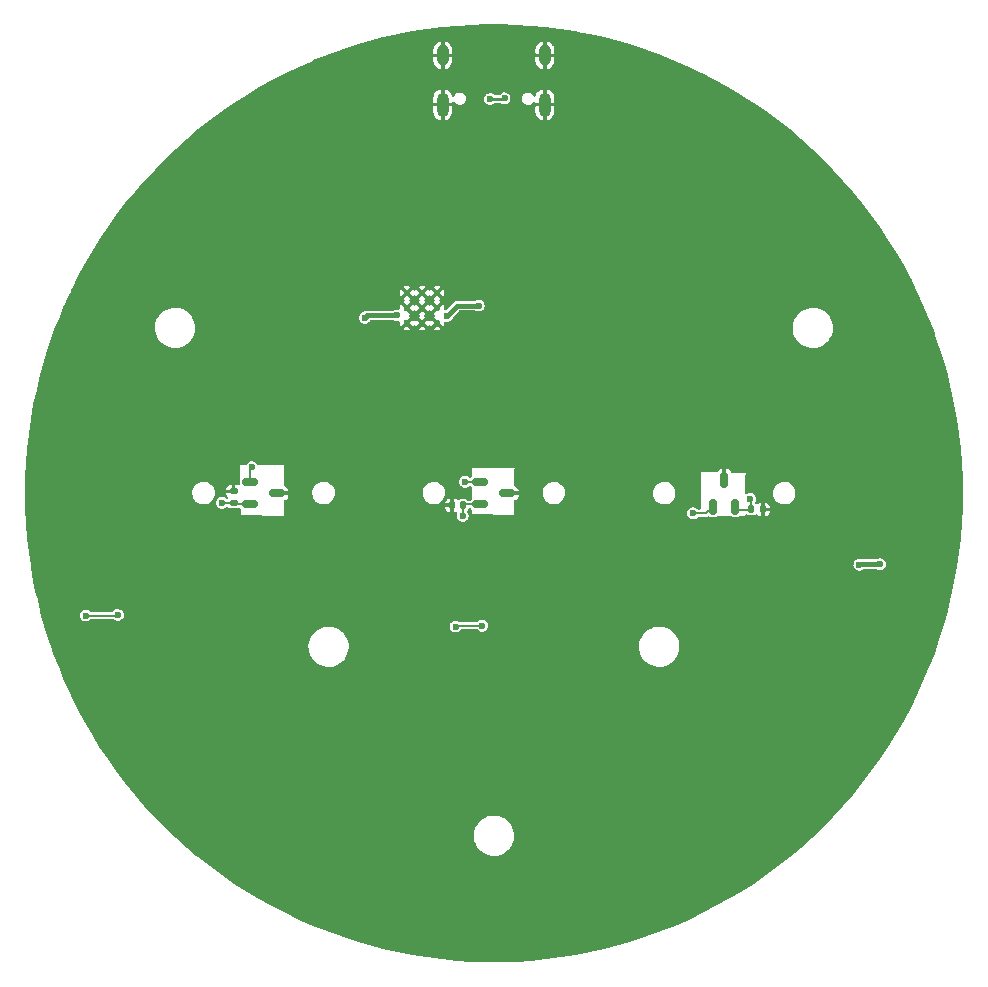
<source format=gbr>
%TF.GenerationSoftware,KiCad,Pcbnew,(7.0.0-0)*%
%TF.CreationDate,2023-03-07T01:41:50-06:00*%
%TF.ProjectId,RP2040_minimal,52503230-3430-45f6-9d69-6e696d616c2e,REV1*%
%TF.SameCoordinates,Original*%
%TF.FileFunction,Copper,L2,Bot*%
%TF.FilePolarity,Positive*%
%FSLAX46Y46*%
G04 Gerber Fmt 4.6, Leading zero omitted, Abs format (unit mm)*
G04 Created by KiCad (PCBNEW (7.0.0-0)) date 2023-03-07 01:41:50*
%MOMM*%
%LPD*%
G01*
G04 APERTURE LIST*
G04 Aperture macros list*
%AMRoundRect*
0 Rectangle with rounded corners*
0 $1 Rounding radius*
0 $2 $3 $4 $5 $6 $7 $8 $9 X,Y pos of 4 corners*
0 Add a 4 corners polygon primitive as box body*
4,1,4,$2,$3,$4,$5,$6,$7,$8,$9,$2,$3,0*
0 Add four circle primitives for the rounded corners*
1,1,$1+$1,$2,$3*
1,1,$1+$1,$4,$5*
1,1,$1+$1,$6,$7*
1,1,$1+$1,$8,$9*
0 Add four rect primitives between the rounded corners*
20,1,$1+$1,$2,$3,$4,$5,0*
20,1,$1+$1,$4,$5,$6,$7,0*
20,1,$1+$1,$6,$7,$8,$9,0*
20,1,$1+$1,$8,$9,$2,$3,0*%
G04 Aperture macros list end*
%TA.AperFunction,SMDPad,CuDef*%
%ADD10RoundRect,0.140000X-0.170000X0.140000X-0.170000X-0.140000X0.170000X-0.140000X0.170000X0.140000X0*%
%TD*%
%TA.AperFunction,SMDPad,CuDef*%
%ADD11RoundRect,0.140000X0.140000X0.170000X-0.140000X0.170000X-0.140000X-0.170000X0.140000X-0.170000X0*%
%TD*%
%TA.AperFunction,SMDPad,CuDef*%
%ADD12RoundRect,0.140000X-0.140000X-0.170000X0.140000X-0.170000X0.140000X0.170000X-0.140000X0.170000X0*%
%TD*%
%TA.AperFunction,ComponentPad*%
%ADD13C,0.600000*%
%TD*%
%TA.AperFunction,ComponentPad*%
%ADD14O,1.000000X2.100000*%
%TD*%
%TA.AperFunction,ComponentPad*%
%ADD15O,1.000000X1.800000*%
%TD*%
%TA.AperFunction,SMDPad,CuDef*%
%ADD16RoundRect,0.150000X0.150000X-0.512500X0.150000X0.512500X-0.150000X0.512500X-0.150000X-0.512500X0*%
%TD*%
%TA.AperFunction,SMDPad,CuDef*%
%ADD17RoundRect,0.150000X-0.512500X-0.150000X0.512500X-0.150000X0.512500X0.150000X-0.512500X0.150000X0*%
%TD*%
%TA.AperFunction,ViaPad*%
%ADD18C,0.600000*%
%TD*%
%TA.AperFunction,Conductor*%
%ADD19C,0.150000*%
%TD*%
%TA.AperFunction,Conductor*%
%ADD20C,0.200000*%
%TD*%
%TA.AperFunction,Conductor*%
%ADD21C,0.400000*%
%TD*%
%TA.AperFunction,Conductor*%
%ADD22C,0.250000*%
%TD*%
G04 APERTURE END LIST*
D10*
%TO.P,C18,2*%
%TO.N,+3V3*%
X-22040000Y-810000D03*
%TO.P,C18,1*%
%TO.N,GND*%
X-22040000Y150000D03*
%TD*%
D11*
%TO.P,C20,1*%
%TO.N,GND*%
X22770000Y-1370000D03*
%TO.P,C20,2*%
%TO.N,+3V3*%
X21810000Y-1370000D03*
%TD*%
D12*
%TO.P,C19,1*%
%TO.N,GND*%
X-3550000Y-1020000D03*
%TO.P,C19,2*%
%TO.N,+3V3*%
X-2590000Y-1020000D03*
%TD*%
D13*
%TO.P,U5,57,GND*%
%TO.N,GND*%
X-7360000Y14410000D03*
X-6085000Y14410000D03*
X-4810000Y14410000D03*
X-7360000Y15685000D03*
X-6085000Y15685000D03*
X-4810000Y15685000D03*
X-7360000Y16960000D03*
X-6085000Y16960000D03*
X-4810000Y16960000D03*
%TD*%
D14*
%TO.P,P1,S1,SHIELD*%
%TO.N,GND*%
X4319999Y32894999D03*
D15*
X4319999Y37074999D03*
D14*
X-4319999Y32894999D03*
D15*
X-4319999Y37074999D03*
%TD*%
D16*
%TO.P,S3,1,VCC*%
%TO.N,+3V3*%
X20450000Y-1137500D03*
%TO.P,S3,2,VOUT*%
%TO.N,RP_ADC2*%
X18550000Y-1137500D03*
%TO.P,S3,3,GND*%
%TO.N,GND*%
X19500000Y1137500D03*
%TD*%
D17*
%TO.P,S2,1,VCC*%
%TO.N,+3V3*%
X-1137500Y-950000D03*
%TO.P,S2,2,VOUT*%
%TO.N,RP_ADC1*%
X-1137500Y950000D03*
%TO.P,S2,3,GND*%
%TO.N,GND*%
X1137500Y0D03*
%TD*%
%TO.P,S1,3,GND*%
%TO.N,GND*%
X-18362500Y0D03*
%TO.P,S1,2,VOUT*%
%TO.N,RP_ADC0*%
X-20637500Y950000D03*
%TO.P,S1,1,VCC*%
%TO.N,+3V3*%
X-20637500Y-950000D03*
%TD*%
D18*
%TO.N,+3V3*%
X-34540000Y-10360000D03*
X-31840000Y-10310000D03*
X-2640000Y-1930000D03*
%TO.N,+5V*%
X30950000Y-6050000D03*
X32690000Y-6010000D03*
%TO.N,GPIO19*%
X-3250000Y-11290000D03*
X-980000Y-11220000D03*
%TO.N,GND*%
X-3880000Y-4860000D03*
X19170000Y-24560000D03*
X21370000Y-4380000D03*
X-17530000Y-4280000D03*
X2000000Y-4320000D03*
X15710000Y-4910000D03*
%TO.N,+3V3*%
X-23000000Y-820000D03*
%TO.N,RP_ADC0*%
X-20498000Y2210000D03*
%TO.N,GND*%
X-23320000Y-4980000D03*
%TO.N,+3V3*%
X21720000Y-485000D03*
%TO.N,GND*%
X-8590000Y-20500000D03*
X-13885000Y16247500D03*
X-18692519Y17834000D03*
X-15806838Y16932500D03*
X-20655000Y22097500D03*
X-16962519Y21946500D03*
X-17292519Y13134000D03*
X-5817500Y20372500D03*
X-20070000Y25090000D03*
X13401000Y12970000D03*
X-8927500Y10647500D03*
X-12622019Y18645000D03*
X-1753648Y9316824D03*
X-9207500Y20422500D03*
X13025000Y23780000D03*
X-1817500Y-16652500D03*
X-17340000Y29960000D03*
X1755000Y11682500D03*
X15630000Y-24930000D03*
X-3815000Y29967500D03*
X31445000Y95000D03*
X-14781019Y14962000D03*
X-8094338Y34097500D03*
X-13521990Y15279006D03*
X5433234Y22446766D03*
X-2450000Y28030000D03*
X-20695000Y13134000D03*
X23010000Y24920000D03*
X1742500Y12672500D03*
X5755625Y19131250D03*
X-2830000Y9306824D03*
X2038750Y-13480000D03*
X-14792519Y20550000D03*
X31980000Y-4050000D03*
X16250000Y16980000D03*
X-3160662Y31030000D03*
X-31936172Y126172D03*
X1615000Y15735000D03*
X-34170000Y1290000D03*
X-23060000Y25030000D03*
X-11995331Y24217169D03*
X25940000Y23760000D03*
X2839338Y29590000D03*
X3989338Y31210000D03*
X11250000Y-20390000D03*
X1595000Y16795000D03*
X-13522004Y14160000D03*
X-17827500Y-25970000D03*
X1355000Y10027500D03*
X-15886838Y18912500D03*
X-21832500Y-26485000D03*
%TO.N,+1V1*%
X-1284994Y15885000D03*
X-3985000Y14995000D03*
X-10940000Y14860000D03*
X-8195000Y15047500D03*
%TO.N,/USB_D-*%
X899338Y33430000D03*
X-326162Y33374122D03*
%TO.N,RP_ADC1*%
X-2430000Y970000D03*
%TO.N,RP_ADC2*%
X16870000Y-1690000D03*
%TD*%
D19*
%TO.N,+3V3*%
X-31840000Y-10310000D02*
X-31890000Y-10360000D01*
D20*
X-31890000Y-10360000D02*
X-34540000Y-10360000D01*
%TO.N,RP_ADC2*%
X16870000Y-1690000D02*
X17997500Y-1690000D01*
X17997500Y-1690000D02*
X18550000Y-1137500D01*
D19*
%TO.N,+3V3*%
X-23000000Y-820000D02*
X-22990000Y-810000D01*
X-22990000Y-810000D02*
X-22110000Y-810000D01*
X-2640000Y-1930000D02*
X-2600000Y-1850000D01*
X-2590000Y-1840000D02*
X-2640000Y-1930000D01*
X-2590000Y-1020000D02*
X-2590000Y-1840000D01*
D21*
%TO.N,+5V*%
X31000000Y-6010000D02*
X31040000Y-6010000D01*
X30950000Y-6050000D02*
X31000000Y-6010000D01*
X31080000Y-6010000D02*
X30950000Y-6050000D01*
X32690000Y-6010000D02*
X31080000Y-6010000D01*
D19*
%TO.N,GPIO19*%
X-3250000Y-11290000D02*
X-3090000Y-11230000D01*
X-3080000Y-11220000D02*
X-3250000Y-11290000D01*
X-980000Y-11220000D02*
X-3080000Y-11220000D01*
%TO.N,+3V3*%
X-20637500Y-950000D02*
X-21920000Y-950000D01*
X-21920000Y-950000D02*
X-22060000Y-810000D01*
%TO.N,RP_ADC0*%
X-20637500Y2070500D02*
X-20498000Y2210000D01*
D20*
X-20637500Y950000D02*
X-20637500Y2070500D01*
D19*
%TO.N,+3V3*%
X21720000Y-485000D02*
X21720000Y-675000D01*
X21720000Y-675000D02*
X21730000Y-685000D01*
X21730000Y-685000D02*
X21730000Y-1385000D01*
X20347500Y-1420000D02*
X21850000Y-1420000D01*
X21860000Y-1375000D02*
X21700000Y-1215000D01*
X-1137500Y-950000D02*
X-2630000Y-950000D01*
X-2510000Y-1100000D02*
X-2590000Y-1020000D01*
D20*
%TO.N,RP_ADC1*%
X-2430000Y970000D02*
X-1157500Y970000D01*
D19*
X-1157500Y970000D02*
X-1137500Y950000D01*
D21*
%TO.N,+1V1*%
X-1284994Y15885000D02*
X-3095000Y15885000D01*
X-10740000Y15060000D02*
X-8219970Y15060000D01*
X-10940000Y14860000D02*
X-10740000Y15060000D01*
X-3095000Y15885000D02*
X-3985000Y14995000D01*
D22*
%TO.N,/USB_D-*%
X915216Y33374122D02*
X899338Y33430000D01*
X843460Y33374122D02*
X-326162Y33374122D01*
X899338Y33430000D02*
X843460Y33374122D01*
%TD*%
%TA.AperFunction,Conductor*%
%TO.N,GND*%
G36*
X631446Y39694453D02*
G01*
X1887433Y39654584D01*
X1890490Y39654438D01*
X3144637Y39574735D01*
X3147726Y39574489D01*
X4398656Y39455040D01*
X4401768Y39454693D01*
X5605349Y39301093D01*
X5648300Y39295611D01*
X5651409Y39295163D01*
X6892177Y39096626D01*
X6895271Y39096081D01*
X7429066Y38993201D01*
X8129172Y38858267D01*
X8132236Y38857627D01*
X9358004Y38580774D01*
X9361028Y38580040D01*
X10577351Y38264448D01*
X10580378Y38263611D01*
X11786095Y37909581D01*
X11789078Y37908654D01*
X12982925Y37516556D01*
X12985892Y37515530D01*
X14166765Y37085728D01*
X14169665Y37084619D01*
X15336237Y36617593D01*
X15339129Y36616382D01*
X16490354Y36112554D01*
X16493150Y36111277D01*
X17383084Y35687667D01*
X17627812Y35571176D01*
X17630626Y35569781D01*
X18747539Y34993973D01*
X18750308Y34992489D01*
X19848377Y34381540D01*
X19851095Y34379971D01*
X20929254Y33734474D01*
X20931892Y33732836D01*
X21841590Y33148209D01*
X21989018Y33053463D01*
X21991634Y33051723D01*
X23026669Y32339153D01*
X23029228Y32337331D01*
X24041144Y31592273D01*
X24043644Y31590370D01*
X24084291Y31558405D01*
X25031416Y30813579D01*
X25033817Y30811628D01*
X25722706Y30233581D01*
X25996439Y30003891D01*
X25998813Y30001834D01*
X26935299Y29163984D01*
X26937607Y29161853D01*
X27847068Y28294683D01*
X27849307Y28292479D01*
X28730780Y27396908D01*
X28732948Y27394634D01*
X29225847Y26860995D01*
X29416589Y26654487D01*
X29585567Y26471543D01*
X29587648Y26469217D01*
X30410550Y25519537D01*
X30412569Y25517131D01*
X31204930Y24541815D01*
X31206872Y24539345D01*
X31967861Y23539417D01*
X31969724Y23536888D01*
X32698647Y22513258D01*
X32700428Y22510670D01*
X33396468Y21464488D01*
X33398167Y21461845D01*
X34060677Y20394083D01*
X34062291Y20391388D01*
X34690601Y19303121D01*
X34692128Y19300376D01*
X35229027Y18298301D01*
X35285586Y18192740D01*
X35287025Y18189948D01*
X35845026Y17064066D01*
X35846377Y17061229D01*
X36368401Y15918157D01*
X36369660Y15915279D01*
X36855129Y14756280D01*
X36856296Y14753366D01*
X37220264Y13800680D01*
X37304771Y13579485D01*
X37305840Y13576546D01*
X37357537Y13427178D01*
X37716837Y12389047D01*
X37717817Y12386062D01*
X38090924Y11186143D01*
X38091809Y11183129D01*
X38426660Y9971964D01*
X38427449Y9968923D01*
X38723704Y8747744D01*
X38724396Y8744680D01*
X38981753Y7514731D01*
X38982348Y7511646D01*
X39200559Y6274113D01*
X39201055Y6271011D01*
X39379884Y5027223D01*
X39380282Y5024107D01*
X39519562Y3775251D01*
X39519861Y3772124D01*
X39619448Y2519457D01*
X39619647Y2516322D01*
X39679437Y1261163D01*
X39679537Y1258023D01*
X39699475Y1572D01*
X39699475Y-1570D01*
X39679537Y-1258022D01*
X39679437Y-1261162D01*
X39619647Y-2516321D01*
X39619448Y-2519456D01*
X39519861Y-3772123D01*
X39519562Y-3775250D01*
X39380282Y-5024106D01*
X39379884Y-5027222D01*
X39201055Y-6271010D01*
X39200559Y-6274112D01*
X38982348Y-7511645D01*
X38981753Y-7514730D01*
X38724396Y-8744679D01*
X38723704Y-8747743D01*
X38427449Y-9968922D01*
X38426660Y-9971963D01*
X38091809Y-11183128D01*
X38090924Y-11186142D01*
X37717817Y-12386061D01*
X37716837Y-12389046D01*
X37305845Y-13576532D01*
X37304771Y-13579484D01*
X36856297Y-14753363D01*
X36855129Y-14756279D01*
X36369660Y-15915278D01*
X36368401Y-15918156D01*
X35846377Y-17061228D01*
X35845026Y-17064065D01*
X35287025Y-18189947D01*
X35285586Y-18192739D01*
X34692128Y-19300375D01*
X34690601Y-19303120D01*
X34062291Y-20391387D01*
X34060677Y-20394082D01*
X33398167Y-21461844D01*
X33396468Y-21464487D01*
X32700428Y-22510669D01*
X32698647Y-22513257D01*
X31969724Y-23536887D01*
X31967861Y-23539416D01*
X31206872Y-24539344D01*
X31204930Y-24541814D01*
X30412569Y-25517130D01*
X30410550Y-25519536D01*
X29587661Y-26469201D01*
X29585567Y-26471542D01*
X28732948Y-27394633D01*
X28730780Y-27396907D01*
X27849307Y-28292478D01*
X27847068Y-28294682D01*
X26937607Y-29161852D01*
X26935299Y-29163983D01*
X25998813Y-30001833D01*
X25996439Y-30003890D01*
X25033835Y-30811612D01*
X25031397Y-30813593D01*
X24043644Y-31590369D01*
X24041144Y-31592272D01*
X23029228Y-32337330D01*
X23026669Y-32339152D01*
X21991634Y-33051722D01*
X21989018Y-33053462D01*
X20931907Y-33732826D01*
X20929238Y-33734482D01*
X19851098Y-34379968D01*
X19848377Y-34381539D01*
X18750308Y-34992488D01*
X18747539Y-34993972D01*
X17630626Y-35569780D01*
X17627812Y-35571175D01*
X16493181Y-36111262D01*
X16490323Y-36112567D01*
X15339134Y-36616379D01*
X15336237Y-36617592D01*
X14169682Y-37084611D01*
X14166747Y-37085733D01*
X12985894Y-37515528D01*
X12982925Y-37516555D01*
X11789095Y-37908647D01*
X11786095Y-37909580D01*
X10580378Y-38263610D01*
X10577351Y-38264447D01*
X9361043Y-38580035D01*
X9357990Y-38580776D01*
X8132241Y-38857624D01*
X8129166Y-38858267D01*
X6895271Y-39096080D01*
X6892177Y-39096625D01*
X5651409Y-39295162D01*
X5648300Y-39295610D01*
X4401773Y-39454691D01*
X4398651Y-39455039D01*
X3147748Y-39574486D01*
X3144616Y-39574735D01*
X1890530Y-39654435D01*
X1887392Y-39654584D01*
X631446Y-39694453D01*
X628305Y-39694503D01*
X-628305Y-39694503D01*
X-631446Y-39694453D01*
X-1887393Y-39654584D01*
X-1890531Y-39654435D01*
X-3144617Y-39574735D01*
X-3147749Y-39574486D01*
X-4398652Y-39455039D01*
X-4401774Y-39454691D01*
X-5648301Y-39295610D01*
X-5651410Y-39295162D01*
X-6892178Y-39096625D01*
X-6895272Y-39096080D01*
X-8129167Y-38858267D01*
X-8132242Y-38857624D01*
X-9357991Y-38580776D01*
X-9361044Y-38580035D01*
X-10577352Y-38264447D01*
X-10580379Y-38263610D01*
X-11786096Y-37909580D01*
X-11789096Y-37908647D01*
X-12982926Y-37516555D01*
X-12985895Y-37515528D01*
X-14166748Y-37085733D01*
X-14169683Y-37084611D01*
X-15336238Y-36617592D01*
X-15339135Y-36616379D01*
X-16490324Y-36112567D01*
X-16493182Y-36111262D01*
X-17627813Y-35571175D01*
X-17630627Y-35569780D01*
X-18747540Y-34993972D01*
X-18750309Y-34992488D01*
X-19848378Y-34381539D01*
X-19851099Y-34379968D01*
X-20929239Y-33734482D01*
X-20931908Y-33732826D01*
X-21989019Y-33053462D01*
X-21991635Y-33051722D01*
X-23026670Y-32339152D01*
X-23029229Y-32337330D01*
X-24041145Y-31592272D01*
X-24043645Y-31590369D01*
X-25031398Y-30813593D01*
X-25033836Y-30811612D01*
X-25183766Y-30685806D01*
X-25627884Y-30313146D01*
X-25996440Y-30003890D01*
X-25998814Y-30001833D01*
X-26935300Y-29163983D01*
X-26937608Y-29161852D01*
X-27175864Y-28934675D01*
X-1704252Y-28934675D01*
X-1704107Y-28938460D01*
X-1704107Y-28938463D01*
X-1695504Y-29162924D01*
X-1694251Y-29195593D01*
X-1693531Y-29199309D01*
X-1693529Y-29199320D01*
X-1645261Y-29448202D01*
X-1645260Y-29448209D01*
X-1644538Y-29451927D01*
X-1556279Y-29697668D01*
X-1431541Y-29927057D01*
X-1273250Y-30134716D01*
X-1085114Y-30315778D01*
X-871544Y-30465999D01*
X-637547Y-30581859D01*
X-388605Y-30660641D01*
X-130555Y-30700500D01*
X63272Y-30700500D01*
X65177Y-30700500D01*
X260344Y-30685516D01*
X514586Y-30626021D01*
X756766Y-30528414D01*
X981208Y-30394982D01*
X1182652Y-30228852D01*
X1356375Y-30033920D01*
X1498306Y-29814753D01*
X1605118Y-29576489D01*
X1674307Y-29324713D01*
X1704252Y-29065325D01*
X1694251Y-28804407D01*
X1644538Y-28548073D01*
X1556279Y-28302332D01*
X1431541Y-28072943D01*
X1273250Y-27865284D01*
X1085114Y-27684222D01*
X871544Y-27534001D01*
X749410Y-27473528D01*
X640949Y-27419825D01*
X640944Y-27419823D01*
X637547Y-27418141D01*
X633931Y-27416996D01*
X633927Y-27416995D01*
X392227Y-27340505D01*
X392224Y-27340504D01*
X388605Y-27339359D01*
X384861Y-27338780D01*
X384854Y-27338779D01*
X134306Y-27300079D01*
X134301Y-27300078D01*
X130555Y-27299500D01*
X-65177Y-27299500D01*
X-67062Y-27299644D01*
X-67070Y-27299645D01*
X-256559Y-27314193D01*
X-256565Y-27314193D01*
X-260344Y-27314484D01*
X-264038Y-27315348D01*
X-264042Y-27315349D01*
X-510900Y-27373116D01*
X-510906Y-27373117D01*
X-514586Y-27373979D01*
X-518090Y-27375390D01*
X-518099Y-27375394D01*
X-753244Y-27470166D01*
X-753250Y-27470168D01*
X-756766Y-27471586D01*
X-760021Y-27473520D01*
X-760035Y-27473528D01*
X-977941Y-27603075D01*
X-977948Y-27603079D01*
X-981208Y-27605018D01*
X-984137Y-27607433D01*
X-984142Y-27607437D01*
X-1179725Y-27768733D01*
X-1179734Y-27768740D01*
X-1182652Y-27771148D01*
X-1185169Y-27773972D01*
X-1185176Y-27773979D01*
X-1353850Y-27963246D01*
X-1353854Y-27963251D01*
X-1356375Y-27966080D01*
X-1358433Y-27969257D01*
X-1358440Y-27969267D01*
X-1496244Y-28182062D01*
X-1496248Y-28182067D01*
X-1498306Y-28185247D01*
X-1499855Y-28188702D01*
X-1499857Y-28188706D01*
X-1603564Y-28420043D01*
X-1603567Y-28420050D01*
X-1605118Y-28423511D01*
X-1606124Y-28427170D01*
X-1606126Y-28427177D01*
X-1673301Y-28671623D01*
X-1673304Y-28671633D01*
X-1674307Y-28675287D01*
X-1674742Y-28679049D01*
X-1674743Y-28679058D01*
X-1703818Y-28930912D01*
X-1704252Y-28934675D01*
X-27175864Y-28934675D01*
X-27847069Y-28294682D01*
X-27849308Y-28292478D01*
X-28730781Y-27396907D01*
X-28732949Y-27394633D01*
X-29162385Y-26929703D01*
X-29585584Y-26471524D01*
X-29587646Y-26469219D01*
X-30410560Y-25519525D01*
X-30412570Y-25517130D01*
X-31204931Y-24541814D01*
X-31206873Y-24539344D01*
X-31967862Y-23539416D01*
X-31969725Y-23536887D01*
X-32698648Y-22513257D01*
X-32700429Y-22510669D01*
X-33396469Y-21464487D01*
X-33398168Y-21461844D01*
X-34060678Y-20394082D01*
X-34062292Y-20391387D01*
X-34690602Y-19303120D01*
X-34692129Y-19300375D01*
X-35285605Y-18192704D01*
X-35287008Y-18189983D01*
X-35705811Y-17344963D01*
X-35845027Y-17064065D01*
X-35846378Y-17061228D01*
X-36368402Y-15918156D01*
X-36369661Y-15915278D01*
X-36494954Y-15616156D01*
X-36855145Y-14756243D01*
X-36856284Y-14753398D01*
X-37304790Y-13579436D01*
X-37305828Y-13576581D01*
X-37527994Y-12934675D01*
X-15704252Y-12934675D01*
X-15704107Y-12938460D01*
X-15704107Y-12938463D01*
X-15699245Y-13065325D01*
X-15694251Y-13195593D01*
X-15693531Y-13199309D01*
X-15693529Y-13199320D01*
X-15645261Y-13448202D01*
X-15645260Y-13448209D01*
X-15644538Y-13451927D01*
X-15643257Y-13455494D01*
X-15643256Y-13455497D01*
X-15598726Y-13579484D01*
X-15556279Y-13697668D01*
X-15431541Y-13927057D01*
X-15273250Y-14134716D01*
X-15085114Y-14315778D01*
X-14871544Y-14465999D01*
X-14637547Y-14581859D01*
X-14388605Y-14660641D01*
X-14130555Y-14700500D01*
X-13936728Y-14700500D01*
X-13934823Y-14700500D01*
X-13739656Y-14685516D01*
X-13485414Y-14626021D01*
X-13243234Y-14528414D01*
X-13018792Y-14394982D01*
X-12817348Y-14228852D01*
X-12643625Y-14033920D01*
X-12501694Y-13814753D01*
X-12394882Y-13576489D01*
X-12325693Y-13324713D01*
X-12295748Y-13065325D01*
X-12300756Y-12934675D01*
X12295748Y-12934675D01*
X12295893Y-12938460D01*
X12295893Y-12938463D01*
X12300755Y-13065325D01*
X12305749Y-13195593D01*
X12306469Y-13199309D01*
X12306471Y-13199320D01*
X12354739Y-13448202D01*
X12354740Y-13448209D01*
X12355462Y-13451927D01*
X12356743Y-13455494D01*
X12356744Y-13455497D01*
X12401274Y-13579484D01*
X12443721Y-13697668D01*
X12568459Y-13927057D01*
X12726750Y-14134716D01*
X12914886Y-14315778D01*
X13128456Y-14465999D01*
X13362453Y-14581859D01*
X13611395Y-14660641D01*
X13869445Y-14700500D01*
X14063272Y-14700500D01*
X14065177Y-14700500D01*
X14260344Y-14685516D01*
X14514586Y-14626021D01*
X14756766Y-14528414D01*
X14981208Y-14394982D01*
X15182652Y-14228852D01*
X15356375Y-14033920D01*
X15498306Y-13814753D01*
X15605118Y-13576489D01*
X15674307Y-13324713D01*
X15704252Y-13065325D01*
X15694251Y-12804407D01*
X15644538Y-12548073D01*
X15556279Y-12302332D01*
X15431541Y-12072943D01*
X15273250Y-11865284D01*
X15122809Y-11720500D01*
X15087848Y-11686853D01*
X15087846Y-11686851D01*
X15085114Y-11684222D01*
X14871544Y-11534001D01*
X14862795Y-11529669D01*
X14640949Y-11419825D01*
X14640944Y-11419823D01*
X14637547Y-11418141D01*
X14633931Y-11416996D01*
X14633927Y-11416995D01*
X14392227Y-11340505D01*
X14392224Y-11340504D01*
X14388605Y-11339359D01*
X14384861Y-11338780D01*
X14384854Y-11338779D01*
X14134306Y-11300079D01*
X14134301Y-11300078D01*
X14130555Y-11299500D01*
X13934823Y-11299500D01*
X13932938Y-11299644D01*
X13932930Y-11299645D01*
X13743441Y-11314193D01*
X13743435Y-11314193D01*
X13739656Y-11314484D01*
X13735962Y-11315348D01*
X13735958Y-11315349D01*
X13489100Y-11373116D01*
X13489094Y-11373117D01*
X13485414Y-11373979D01*
X13481910Y-11375390D01*
X13481901Y-11375394D01*
X13246756Y-11470166D01*
X13246750Y-11470168D01*
X13243234Y-11471586D01*
X13239979Y-11473520D01*
X13239965Y-11473528D01*
X13022059Y-11603075D01*
X13022052Y-11603079D01*
X13018792Y-11605018D01*
X13015863Y-11607433D01*
X13015858Y-11607437D01*
X12820275Y-11768733D01*
X12820266Y-11768740D01*
X12817348Y-11771148D01*
X12814831Y-11773972D01*
X12814824Y-11773979D01*
X12646150Y-11963246D01*
X12646146Y-11963251D01*
X12643625Y-11966080D01*
X12641567Y-11969257D01*
X12641560Y-11969267D01*
X12503756Y-12182062D01*
X12503752Y-12182067D01*
X12501694Y-12185247D01*
X12500145Y-12188702D01*
X12500143Y-12188706D01*
X12396436Y-12420043D01*
X12396433Y-12420050D01*
X12394882Y-12423511D01*
X12393876Y-12427170D01*
X12393874Y-12427177D01*
X12326699Y-12671623D01*
X12326696Y-12671633D01*
X12325693Y-12675287D01*
X12325258Y-12679049D01*
X12325257Y-12679058D01*
X12296182Y-12930912D01*
X12295748Y-12934675D01*
X-12300756Y-12934675D01*
X-12305749Y-12804407D01*
X-12355462Y-12548073D01*
X-12443721Y-12302332D01*
X-12568459Y-12072943D01*
X-12726750Y-11865284D01*
X-12877191Y-11720500D01*
X-12912152Y-11686853D01*
X-12912154Y-11686851D01*
X-12914886Y-11684222D01*
X-13128456Y-11534001D01*
X-13137205Y-11529669D01*
X-13359051Y-11419825D01*
X-13359056Y-11419823D01*
X-13362453Y-11418141D01*
X-13366069Y-11416996D01*
X-13366073Y-11416995D01*
X-13607773Y-11340505D01*
X-13607776Y-11340504D01*
X-13611395Y-11339359D01*
X-13615139Y-11338780D01*
X-13615146Y-11338779D01*
X-13865694Y-11300079D01*
X-13865699Y-11300078D01*
X-13869445Y-11299500D01*
X-14065177Y-11299500D01*
X-14067062Y-11299644D01*
X-14067070Y-11299645D01*
X-14256559Y-11314193D01*
X-14256565Y-11314193D01*
X-14260344Y-11314484D01*
X-14264038Y-11315348D01*
X-14264042Y-11315349D01*
X-14510900Y-11373116D01*
X-14510906Y-11373117D01*
X-14514586Y-11373979D01*
X-14518090Y-11375390D01*
X-14518099Y-11375394D01*
X-14753244Y-11470166D01*
X-14753250Y-11470168D01*
X-14756766Y-11471586D01*
X-14760021Y-11473520D01*
X-14760035Y-11473528D01*
X-14977941Y-11603075D01*
X-14977948Y-11603079D01*
X-14981208Y-11605018D01*
X-14984137Y-11607433D01*
X-14984142Y-11607437D01*
X-15179725Y-11768733D01*
X-15179734Y-11768740D01*
X-15182652Y-11771148D01*
X-15185169Y-11773972D01*
X-15185176Y-11773979D01*
X-15353850Y-11963246D01*
X-15353854Y-11963251D01*
X-15356375Y-11966080D01*
X-15358433Y-11969257D01*
X-15358440Y-11969267D01*
X-15496244Y-12182062D01*
X-15496248Y-12182067D01*
X-15498306Y-12185247D01*
X-15499855Y-12188702D01*
X-15499857Y-12188706D01*
X-15603564Y-12420043D01*
X-15603567Y-12420050D01*
X-15605118Y-12423511D01*
X-15606124Y-12427170D01*
X-15606126Y-12427177D01*
X-15673301Y-12671623D01*
X-15673304Y-12671633D01*
X-15674307Y-12675287D01*
X-15674742Y-12679049D01*
X-15674743Y-12679058D01*
X-15703818Y-12930912D01*
X-15704252Y-12934675D01*
X-37527994Y-12934675D01*
X-37716841Y-12389037D01*
X-37717818Y-12386061D01*
X-37743853Y-12302332D01*
X-38058632Y-11290000D01*
X-3755647Y-11290000D01*
X-3754639Y-11297011D01*
X-3736174Y-11425443D01*
X-3736173Y-11425446D01*
X-3735165Y-11432457D01*
X-3732223Y-11438899D01*
X-3732222Y-11438902D01*
X-3688791Y-11534001D01*
X-3675377Y-11563373D01*
X-3581128Y-11672143D01*
X-3575174Y-11675969D01*
X-3575172Y-11675971D01*
X-3562333Y-11684222D01*
X-3460053Y-11749953D01*
X-3321961Y-11790500D01*
X-3185117Y-11790500D01*
X-3178039Y-11790500D01*
X-3039947Y-11749953D01*
X-2918872Y-11672143D01*
X-2824623Y-11563373D01*
X-2820057Y-11553373D01*
X-2783526Y-11511216D01*
X-2730003Y-11495500D01*
X-1448746Y-11495500D01*
X-1407620Y-11504446D01*
X-1373926Y-11529669D01*
X-1311128Y-11602143D01*
X-1305174Y-11605969D01*
X-1305172Y-11605971D01*
X-1210534Y-11666791D01*
X-1190053Y-11679953D01*
X-1051961Y-11720500D01*
X-915117Y-11720500D01*
X-908039Y-11720500D01*
X-769947Y-11679953D01*
X-648872Y-11602143D01*
X-554623Y-11493373D01*
X-494835Y-11362457D01*
X-474353Y-11220000D01*
X-494835Y-11077543D01*
X-554623Y-10946627D01*
X-648872Y-10837857D01*
X-654826Y-10834030D01*
X-654829Y-10834028D01*
X-763990Y-10763875D01*
X-763992Y-10763874D01*
X-769947Y-10760047D01*
X-849151Y-10736791D01*
X-901248Y-10721494D01*
X-908039Y-10719500D01*
X-1051961Y-10719500D01*
X-1058752Y-10721493D01*
X-1058753Y-10721494D01*
X-1183260Y-10758052D01*
X-1183263Y-10758053D01*
X-1190053Y-10760047D01*
X-1196006Y-10763872D01*
X-1196011Y-10763875D01*
X-1305172Y-10834028D01*
X-1305178Y-10834033D01*
X-1311128Y-10837857D01*
X-1315764Y-10843206D01*
X-1315765Y-10843208D01*
X-1373927Y-10910331D01*
X-1407620Y-10935554D01*
X-1448746Y-10944500D01*
X-2841908Y-10944500D01*
X-2883031Y-10935555D01*
X-2908019Y-10916851D01*
X-2908881Y-10917847D01*
X-2914237Y-10913206D01*
X-2918872Y-10907857D01*
X-3033752Y-10834028D01*
X-3033990Y-10833875D01*
X-3033992Y-10833874D01*
X-3039947Y-10830047D01*
X-3178039Y-10789500D01*
X-3321961Y-10789500D01*
X-3328752Y-10791493D01*
X-3328753Y-10791494D01*
X-3453260Y-10828052D01*
X-3453263Y-10828053D01*
X-3460053Y-10830047D01*
X-3466006Y-10833872D01*
X-3466011Y-10833875D01*
X-3575172Y-10904028D01*
X-3575178Y-10904033D01*
X-3581128Y-10907857D01*
X-3585764Y-10913206D01*
X-3585765Y-10913208D01*
X-3670737Y-11011271D01*
X-3670740Y-11011275D01*
X-3675377Y-11016627D01*
X-3678320Y-11023070D01*
X-3678322Y-11023074D01*
X-3732222Y-11141097D01*
X-3732224Y-11141102D01*
X-3735165Y-11147543D01*
X-3736173Y-11154551D01*
X-3736174Y-11154556D01*
X-3740715Y-11186142D01*
X-3755647Y-11290000D01*
X-38058632Y-11290000D01*
X-38090933Y-11186118D01*
X-38091810Y-11183128D01*
X-38137843Y-11016627D01*
X-38319381Y-10360000D01*
X-35045647Y-10360000D01*
X-35044639Y-10367011D01*
X-35026174Y-10495443D01*
X-35026173Y-10495446D01*
X-35025165Y-10502457D01*
X-35022223Y-10508899D01*
X-35022222Y-10508902D01*
X-34985766Y-10588728D01*
X-34965377Y-10633373D01*
X-34871128Y-10742143D01*
X-34865174Y-10745969D01*
X-34865172Y-10745971D01*
X-34833813Y-10766124D01*
X-34750053Y-10819953D01*
X-34611961Y-10860500D01*
X-34475117Y-10860500D01*
X-34468039Y-10860500D01*
X-34329947Y-10819953D01*
X-34208872Y-10742143D01*
X-34167733Y-10694665D01*
X-34134043Y-10669447D01*
X-34092917Y-10660500D01*
X-32243032Y-10660500D01*
X-32208435Y-10666742D01*
X-32178201Y-10684680D01*
X-32175769Y-10686787D01*
X-32171128Y-10692143D01*
X-32050053Y-10769953D01*
X-31911961Y-10810500D01*
X-31775117Y-10810500D01*
X-31768039Y-10810500D01*
X-31629947Y-10769953D01*
X-31508872Y-10692143D01*
X-31414623Y-10583373D01*
X-31354835Y-10452457D01*
X-31334353Y-10310000D01*
X-31354835Y-10167543D01*
X-31414623Y-10036627D01*
X-31508872Y-9927857D01*
X-31514826Y-9924030D01*
X-31514829Y-9924028D01*
X-31623990Y-9853875D01*
X-31623992Y-9853874D01*
X-31629947Y-9850047D01*
X-31768039Y-9809500D01*
X-31911961Y-9809500D01*
X-31918752Y-9811493D01*
X-31918753Y-9811494D01*
X-32043260Y-9848052D01*
X-32043263Y-9848053D01*
X-32050053Y-9850047D01*
X-32056006Y-9853872D01*
X-32056011Y-9853875D01*
X-32165172Y-9924028D01*
X-32165178Y-9924033D01*
X-32171128Y-9927857D01*
X-32175764Y-9933206D01*
X-32175765Y-9933208D01*
X-32255589Y-10025331D01*
X-32289282Y-10050553D01*
X-32330408Y-10059500D01*
X-34092917Y-10059500D01*
X-34134043Y-10050553D01*
X-34167733Y-10025334D01*
X-34208872Y-9977857D01*
X-34214826Y-9974030D01*
X-34214829Y-9974028D01*
X-34323990Y-9903875D01*
X-34323992Y-9903874D01*
X-34329947Y-9900047D01*
X-34468039Y-9859500D01*
X-34611961Y-9859500D01*
X-34618752Y-9861493D01*
X-34618753Y-9861494D01*
X-34743260Y-9898052D01*
X-34743263Y-9898053D01*
X-34750053Y-9900047D01*
X-34756006Y-9903872D01*
X-34756011Y-9903875D01*
X-34865172Y-9974028D01*
X-34865178Y-9974033D01*
X-34871128Y-9977857D01*
X-34875764Y-9983206D01*
X-34875765Y-9983208D01*
X-34960737Y-10081271D01*
X-34960740Y-10081275D01*
X-34965377Y-10086627D01*
X-34968320Y-10093070D01*
X-34968322Y-10093074D01*
X-35022222Y-10211097D01*
X-35022224Y-10211102D01*
X-35025165Y-10217543D01*
X-35026173Y-10224551D01*
X-35026174Y-10224556D01*
X-35037450Y-10302989D01*
X-35045647Y-10360000D01*
X-38319381Y-10360000D01*
X-38426666Y-9971945D01*
X-38427450Y-9968922D01*
X-38453512Y-9861494D01*
X-38723705Y-8747743D01*
X-38724397Y-8744679D01*
X-38741434Y-8663256D01*
X-38981758Y-7514710D01*
X-38982349Y-7511645D01*
X-39200569Y-6274060D01*
X-39201048Y-6271062D01*
X-39232832Y-6050000D01*
X30444353Y-6050000D01*
X30445361Y-6057011D01*
X30463826Y-6185443D01*
X30463827Y-6185446D01*
X30464835Y-6192457D01*
X30467777Y-6198899D01*
X30467778Y-6198902D01*
X30521678Y-6316925D01*
X30524623Y-6323373D01*
X30618872Y-6432143D01*
X30624826Y-6435969D01*
X30624828Y-6435971D01*
X30680808Y-6471947D01*
X30739947Y-6509953D01*
X30878039Y-6550500D01*
X31014883Y-6550500D01*
X31021961Y-6550500D01*
X31160053Y-6509953D01*
X31281128Y-6432143D01*
X31281329Y-6431910D01*
X31306898Y-6416741D01*
X31341492Y-6410500D01*
X32358368Y-6410500D01*
X32411890Y-6426215D01*
X32479947Y-6469953D01*
X32618039Y-6510500D01*
X32754883Y-6510500D01*
X32761961Y-6510500D01*
X32900053Y-6469953D01*
X33021128Y-6392143D01*
X33115377Y-6283373D01*
X33175165Y-6152457D01*
X33195647Y-6010000D01*
X33175165Y-5867543D01*
X33115377Y-5736627D01*
X33021128Y-5627857D01*
X33015174Y-5624030D01*
X33015171Y-5624028D01*
X32906010Y-5553875D01*
X32906008Y-5553874D01*
X32900053Y-5550047D01*
X32761961Y-5509500D01*
X32618039Y-5509500D01*
X32611248Y-5511493D01*
X32611247Y-5511494D01*
X32486740Y-5548052D01*
X32486737Y-5548053D01*
X32479947Y-5550047D01*
X32473994Y-5553872D01*
X32473989Y-5553875D01*
X32411891Y-5593784D01*
X32358368Y-5609500D01*
X31219393Y-5609500D01*
X31172894Y-5595847D01*
X31172452Y-5596817D01*
X31166008Y-5593874D01*
X31160053Y-5590047D01*
X31153260Y-5588052D01*
X31153257Y-5588051D01*
X31028752Y-5551494D01*
X31021961Y-5549500D01*
X30878039Y-5549500D01*
X30871248Y-5551493D01*
X30871247Y-5551494D01*
X30746740Y-5588052D01*
X30746737Y-5588053D01*
X30739947Y-5590047D01*
X30733994Y-5593872D01*
X30733989Y-5593875D01*
X30624828Y-5664028D01*
X30624822Y-5664033D01*
X30618872Y-5667857D01*
X30614236Y-5673206D01*
X30614235Y-5673208D01*
X30529263Y-5771271D01*
X30529260Y-5771275D01*
X30524623Y-5776627D01*
X30521680Y-5783070D01*
X30521678Y-5783074D01*
X30467778Y-5901097D01*
X30467776Y-5901102D01*
X30464835Y-5907543D01*
X30463827Y-5914551D01*
X30463826Y-5914556D01*
X30451112Y-6002989D01*
X30444353Y-6050000D01*
X-39232832Y-6050000D01*
X-39379886Y-5027221D01*
X-39380283Y-5024106D01*
X-39519563Y-3775250D01*
X-39519862Y-3772123D01*
X-39619453Y-2519402D01*
X-39619645Y-2516376D01*
X-39679439Y-1261148D01*
X-39679538Y-1258022D01*
X-39679921Y-1233875D01*
X-39698732Y-48390D01*
X-25534176Y-48390D01*
X-25533417Y-53348D01*
X-25533416Y-53357D01*
X-25505665Y-234505D01*
X-25505664Y-234512D01*
X-25504903Y-239474D01*
X-25503159Y-244184D01*
X-25503158Y-244186D01*
X-25439510Y-416041D01*
X-25439507Y-416048D01*
X-25437764Y-420753D01*
X-25435108Y-425015D01*
X-25435107Y-425016D01*
X-25338186Y-580513D01*
X-25335509Y-584807D01*
X-25332053Y-588442D01*
X-25332052Y-588444D01*
X-25288841Y-633902D01*
X-25202323Y-724919D01*
X-25198209Y-727783D01*
X-25198207Y-727784D01*
X-25113709Y-786596D01*
X-25043658Y-835353D01*
X-24866012Y-911587D01*
X-24676656Y-950500D01*
X-24534305Y-950500D01*
X-24531794Y-950500D01*
X-24387679Y-935845D01*
X-24203232Y-877974D01*
X-24098782Y-820000D01*
X-23505647Y-820000D01*
X-23504639Y-827011D01*
X-23486174Y-955443D01*
X-23486173Y-955446D01*
X-23485165Y-962457D01*
X-23482223Y-968899D01*
X-23482222Y-968902D01*
X-23428973Y-1085500D01*
X-23425377Y-1093373D01*
X-23331128Y-1202143D01*
X-23325174Y-1205969D01*
X-23325172Y-1205971D01*
X-23250932Y-1253682D01*
X-23210053Y-1279953D01*
X-23071961Y-1320500D01*
X-22935117Y-1320500D01*
X-22928039Y-1320500D01*
X-22789947Y-1279953D01*
X-22668872Y-1202143D01*
X-22631974Y-1159559D01*
X-22587301Y-1130093D01*
X-22533816Y-1128183D01*
X-22487153Y-1154387D01*
X-22408316Y-1233224D01*
X-22299487Y-1283972D01*
X-22249901Y-1290500D01*
X-21830100Y-1290499D01*
X-21780513Y-1283972D01*
X-21675013Y-1234776D01*
X-21633173Y-1225500D01*
X-21552872Y-1225500D01*
X-21503575Y-1238647D01*
X-21467370Y-1274595D01*
X-21453875Y-1323796D01*
X-21453306Y-1403888D01*
X-21450092Y-1857117D01*
X-21450092Y-1857119D01*
X-21450000Y-1870000D01*
X-17740000Y-1910000D01*
X-17746955Y-1240688D01*
X-4129999Y-1240688D01*
X-4129784Y-1245305D01*
X-4127776Y-1266722D01*
X-4125222Y-1278416D01*
X-4085856Y-1390919D01*
X-4079001Y-1403888D01*
X-4009048Y-1498670D01*
X-3998671Y-1509047D01*
X-3903889Y-1579000D01*
X-3890920Y-1585855D01*
X-3778413Y-1625222D01*
X-3766730Y-1627775D01*
X-3745300Y-1629784D01*
X-3740692Y-1630000D01*
X-3713033Y-1630000D01*
X-3702755Y-1627245D01*
X-3700000Y-1616967D01*
X-3700000Y-1616966D01*
X-3400000Y-1616966D01*
X-3397246Y-1627244D01*
X-3386967Y-1629999D01*
X-3359312Y-1629999D01*
X-3354695Y-1629783D01*
X-3333278Y-1627775D01*
X-3321584Y-1625221D01*
X-3218821Y-1589263D01*
X-3161885Y-1586720D01*
X-3112981Y-1615989D01*
X-3088318Y-1667369D01*
X-3096069Y-1723832D01*
X-3125165Y-1787543D01*
X-3126173Y-1794551D01*
X-3126174Y-1794556D01*
X-3144639Y-1922989D01*
X-3145647Y-1930000D01*
X-3144639Y-1937011D01*
X-3126174Y-2065443D01*
X-3126173Y-2065446D01*
X-3125165Y-2072457D01*
X-3122223Y-2078899D01*
X-3122222Y-2078902D01*
X-3088863Y-2151947D01*
X-3065377Y-2203373D01*
X-2971128Y-2312143D01*
X-2850053Y-2389953D01*
X-2711961Y-2430500D01*
X-2575117Y-2430500D01*
X-2568039Y-2430500D01*
X-2429947Y-2389953D01*
X-2308872Y-2312143D01*
X-2214623Y-2203373D01*
X-2154835Y-2072457D01*
X-2134353Y-1930000D01*
X-2154835Y-1787543D01*
X-2214623Y-1656627D01*
X-2256632Y-1608146D01*
X-2279635Y-1558528D01*
X-2272781Y-1504264D01*
X-2249329Y-1475579D01*
X-2251684Y-1473224D01*
X-2251685Y-1473224D01*
X-2166776Y-1388316D01*
X-2123756Y-1296059D01*
X-2087611Y-1254653D01*
X-2034946Y-1238907D01*
X-1981999Y-1253682D01*
X-1945095Y-1294421D01*
X-1939198Y-1306483D01*
X-1933401Y-1312280D01*
X-1933400Y-1312281D01*
X-1919032Y-1326649D01*
X-1897572Y-1358767D01*
X-1890036Y-1396653D01*
X-1890036Y-1793537D01*
X1719964Y-1823537D01*
X1719293Y-1690000D01*
X16364353Y-1690000D01*
X16365361Y-1697011D01*
X16383826Y-1825443D01*
X16383827Y-1825446D01*
X16384835Y-1832457D01*
X16387777Y-1838899D01*
X16387778Y-1838902D01*
X16441096Y-1955651D01*
X16444623Y-1963373D01*
X16538872Y-2072143D01*
X16659947Y-2149953D01*
X16798039Y-2190500D01*
X16934883Y-2190500D01*
X16941961Y-2190500D01*
X17080053Y-2149953D01*
X17201128Y-2072143D01*
X17242267Y-2024665D01*
X17275957Y-1999447D01*
X17317083Y-1990500D01*
X17944302Y-1990500D01*
X17949574Y-1990865D01*
X17955265Y-1992773D01*
X18002141Y-1990606D01*
X18006714Y-1990500D01*
X18020765Y-1990500D01*
X18025344Y-1990500D01*
X18029844Y-1989658D01*
X18034407Y-1989235D01*
X18034426Y-1989446D01*
X18039072Y-1988898D01*
X18067492Y-1987585D01*
X18076480Y-1983615D01*
X18098278Y-1976865D01*
X18107933Y-1975061D01*
X18131577Y-1960421D01*
X18178759Y-1945715D01*
X18227171Y-1955650D01*
X18298607Y-1990573D01*
X18306210Y-1991680D01*
X18306211Y-1991681D01*
X18310796Y-1992349D01*
X18366740Y-2000500D01*
X18729682Y-2000500D01*
X18733260Y-2000500D01*
X18801393Y-1990573D01*
X18906483Y-1939198D01*
X18907768Y-1941828D01*
X18952709Y-1927553D01*
X20059430Y-1933472D01*
X20102377Y-1943529D01*
X20136932Y-1960422D01*
X20176535Y-1979783D01*
X20198607Y-1990573D01*
X20206210Y-1991680D01*
X20206211Y-1991681D01*
X20210796Y-1992349D01*
X20266740Y-2000500D01*
X20629682Y-2000500D01*
X20633260Y-2000500D01*
X20701393Y-1990573D01*
X20789159Y-1947667D01*
X20833163Y-1937610D01*
X21280000Y-1940000D01*
X21279755Y-1870649D01*
X21296293Y-1815519D01*
X21340707Y-1778905D01*
X21397982Y-1773187D01*
X21448757Y-1800297D01*
X21471684Y-1823224D01*
X21580513Y-1873972D01*
X21630099Y-1880500D01*
X21989900Y-1880499D01*
X22039487Y-1873972D01*
X22148316Y-1823224D01*
X22154439Y-1817100D01*
X22161539Y-1812130D01*
X22163186Y-1814483D01*
X22198895Y-1795024D01*
X22254749Y-1799199D01*
X22299398Y-1833015D01*
X22310952Y-1848670D01*
X22321329Y-1859047D01*
X22416111Y-1929000D01*
X22429080Y-1935855D01*
X22541587Y-1975222D01*
X22553270Y-1977775D01*
X22574700Y-1979784D01*
X22579308Y-1980000D01*
X22606967Y-1980000D01*
X22617245Y-1977245D01*
X22620000Y-1966967D01*
X22620000Y-1966966D01*
X22920000Y-1966966D01*
X22922754Y-1977244D01*
X22933033Y-1979999D01*
X22960688Y-1979999D01*
X22965305Y-1979783D01*
X22986722Y-1977775D01*
X22998416Y-1975221D01*
X23110919Y-1935855D01*
X23123888Y-1929000D01*
X23218670Y-1859047D01*
X23229047Y-1848670D01*
X23299000Y-1753888D01*
X23305855Y-1740919D01*
X23345222Y-1628412D01*
X23347775Y-1616729D01*
X23349784Y-1595299D01*
X23350000Y-1590692D01*
X23350000Y-1533033D01*
X23347245Y-1522754D01*
X23336967Y-1520000D01*
X22933033Y-1520000D01*
X22922754Y-1522754D01*
X22920000Y-1533033D01*
X22920000Y-1966966D01*
X22620000Y-1966966D01*
X22620000Y-1206967D01*
X22920000Y-1206967D01*
X22922754Y-1217245D01*
X22933033Y-1220000D01*
X23336966Y-1220000D01*
X23347244Y-1217245D01*
X23349999Y-1206967D01*
X23349999Y-1149312D01*
X23349783Y-1144694D01*
X23347775Y-1123277D01*
X23345221Y-1111583D01*
X23305855Y-999080D01*
X23299000Y-986111D01*
X23229047Y-891329D01*
X23218670Y-880952D01*
X23123888Y-810999D01*
X23110919Y-804144D01*
X22998412Y-764777D01*
X22986729Y-762224D01*
X22965299Y-760215D01*
X22960692Y-760000D01*
X22933033Y-760000D01*
X22922754Y-762754D01*
X22920000Y-773033D01*
X22920000Y-1206967D01*
X22620000Y-1206967D01*
X22620000Y-773034D01*
X22617245Y-762755D01*
X22606967Y-760001D01*
X22579312Y-760001D01*
X22574694Y-760216D01*
X22553277Y-762224D01*
X22541583Y-764778D01*
X22429080Y-804144D01*
X22416111Y-810999D01*
X22321329Y-880952D01*
X22310949Y-891332D01*
X22299396Y-906986D01*
X22254758Y-940796D01*
X22198917Y-944980D01*
X22163183Y-925520D01*
X22161538Y-927870D01*
X22154440Y-922900D01*
X22148316Y-916776D01*
X22147092Y-916205D01*
X22115668Y-877422D01*
X22108979Y-823307D01*
X22131959Y-773858D01*
X22145377Y-758373D01*
X22205165Y-627457D01*
X22225647Y-485000D01*
X22205165Y-342543D01*
X22145377Y-211627D01*
X22051128Y-102857D01*
X22045174Y-99030D01*
X22045171Y-99028D01*
X21966376Y-48390D01*
X23625824Y-48390D01*
X23626583Y-53348D01*
X23626584Y-53357D01*
X23654335Y-234505D01*
X23654336Y-234512D01*
X23655097Y-239474D01*
X23656841Y-244184D01*
X23656842Y-244186D01*
X23720490Y-416041D01*
X23720493Y-416048D01*
X23722236Y-420753D01*
X23724892Y-425015D01*
X23724893Y-425016D01*
X23821814Y-580513D01*
X23824491Y-584807D01*
X23827947Y-588442D01*
X23827948Y-588444D01*
X23871159Y-633902D01*
X23957677Y-724919D01*
X23961791Y-727783D01*
X23961793Y-727784D01*
X24046291Y-786596D01*
X24116342Y-835353D01*
X24293988Y-911587D01*
X24483344Y-950500D01*
X24625695Y-950500D01*
X24628206Y-950500D01*
X24772321Y-935845D01*
X24956768Y-877974D01*
X25125791Y-784159D01*
X25272468Y-658240D01*
X25390796Y-505373D01*
X25475930Y-331816D01*
X25524385Y-144674D01*
X25534176Y48390D01*
X25504903Y239474D01*
X25437764Y420753D01*
X25335509Y584807D01*
X25202323Y724919D01*
X25198208Y727783D01*
X25198206Y727785D01*
X25047779Y832485D01*
X25047776Y832487D01*
X25043658Y835353D01*
X25039042Y837334D01*
X25039040Y837335D01*
X24870620Y909610D01*
X24870616Y909612D01*
X24866012Y911587D01*
X24861108Y912595D01*
X24861101Y912597D01*
X24681567Y949491D01*
X24681564Y949492D01*
X24676656Y950500D01*
X24531794Y950500D01*
X24529297Y950247D01*
X24529295Y950246D01*
X24392677Y936354D01*
X24392669Y936353D01*
X24387679Y935845D01*
X24382893Y934344D01*
X24382886Y934342D01*
X24208021Y879477D01*
X24208017Y879476D01*
X24203232Y877974D01*
X24198850Y875543D01*
X24198841Y875538D01*
X24038600Y786597D01*
X24038594Y786594D01*
X24034209Y784159D01*
X24030403Y780893D01*
X24030399Y780889D01*
X23891338Y661509D01*
X23891329Y661501D01*
X23887532Y658240D01*
X23884466Y654280D01*
X23884462Y654275D01*
X23772274Y509340D01*
X23772271Y509336D01*
X23769204Y505373D01*
X23766997Y500875D01*
X23766994Y500869D01*
X23686278Y336319D01*
X23686275Y336313D01*
X23684070Y331816D01*
X23682815Y326973D01*
X23682812Y326962D01*
X23637707Y152755D01*
X23635615Y144674D01*
X23635361Y139666D01*
X23635360Y139659D01*
X23626078Y-43373D01*
X23625824Y-48390D01*
X21966376Y-48390D01*
X21936010Y-28875D01*
X21936006Y-28873D01*
X21930053Y-25047D01*
X21791961Y15500D01*
X21648039Y15500D01*
X21641248Y13507D01*
X21641247Y13506D01*
X21516740Y-23052D01*
X21516737Y-23053D01*
X21509947Y-25047D01*
X21467962Y-52029D01*
X21425677Y-79204D01*
X21375774Y-94853D01*
X21324861Y-82892D01*
X21287146Y-46660D01*
X21273155Y3732D01*
X21270008Y897591D01*
X21270108Y902387D01*
X21289731Y1334085D01*
X21290973Y1345842D01*
X21350000Y1700000D01*
X21335749Y1700284D01*
X21335746Y1700284D01*
X20169338Y1723449D01*
X20113216Y1742262D01*
X20077859Y1789732D01*
X20054796Y1855643D01*
X20047938Y1868618D01*
X19976201Y1965818D01*
X19965817Y1976202D01*
X19868617Y2047939D01*
X19855642Y2054797D01*
X19740290Y2095160D01*
X19728607Y2097712D01*
X19706499Y2099785D01*
X19701892Y2100000D01*
X19663033Y2100000D01*
X19652754Y2097246D01*
X19650000Y2086967D01*
X19650000Y1834748D01*
X19636407Y1784682D01*
X19599361Y1748364D01*
X19549034Y1735768D01*
X19447034Y1737794D01*
X19398369Y1751700D01*
X19362938Y1787843D01*
X19350000Y1836774D01*
X19350000Y2086966D01*
X19347245Y2097245D01*
X19336967Y2099999D01*
X19298112Y2099999D01*
X19293495Y2099784D01*
X19271391Y2097712D01*
X19259711Y2095161D01*
X19144357Y2054797D01*
X19131382Y2047939D01*
X19034182Y1976202D01*
X19023798Y1965818D01*
X18952059Y1868616D01*
X18945204Y1855645D01*
X18931405Y1816211D01*
X18894444Y1767604D01*
X18835995Y1749930D01*
X17513253Y1776200D01*
X17513249Y1776200D01*
X17499964Y1776463D01*
X17500107Y1763178D01*
X17500107Y1763174D01*
X17533170Y-1289428D01*
X17520268Y-1339380D01*
X17483985Y-1376057D01*
X17434176Y-1389500D01*
X17317083Y-1389500D01*
X17275957Y-1380553D01*
X17242267Y-1355334D01*
X17201128Y-1307857D01*
X17195174Y-1304030D01*
X17195171Y-1304028D01*
X17086010Y-1233875D01*
X17086008Y-1233874D01*
X17080053Y-1230047D01*
X17064567Y-1225500D01*
X16948752Y-1191494D01*
X16941961Y-1189500D01*
X16798039Y-1189500D01*
X16791248Y-1191493D01*
X16791247Y-1191494D01*
X16666740Y-1228052D01*
X16666737Y-1228053D01*
X16659947Y-1230047D01*
X16653994Y-1233872D01*
X16653989Y-1233875D01*
X16544828Y-1304028D01*
X16544822Y-1304033D01*
X16538872Y-1307857D01*
X16534236Y-1313206D01*
X16534235Y-1313208D01*
X16449263Y-1411271D01*
X16449260Y-1411275D01*
X16444623Y-1416627D01*
X16441680Y-1423070D01*
X16441678Y-1423074D01*
X16387778Y-1541097D01*
X16387776Y-1541102D01*
X16384835Y-1547543D01*
X16383827Y-1554551D01*
X16383826Y-1554556D01*
X16369921Y-1651275D01*
X16364353Y-1690000D01*
X1719293Y-1690000D01*
X1714192Y-675030D01*
X1732306Y-617451D01*
X1780493Y-581092D01*
X1855642Y-554796D01*
X1868617Y-547938D01*
X1965817Y-476201D01*
X1976201Y-465817D01*
X2047938Y-368617D01*
X2054796Y-355642D01*
X2095159Y-240290D01*
X2097711Y-228607D01*
X2099784Y-206499D01*
X2100000Y-201892D01*
X2100000Y-163033D01*
X2097245Y-152754D01*
X2086967Y-150000D01*
X1810058Y-150000D01*
X1760702Y-136819D01*
X1724488Y-100787D01*
X1711059Y-51498D01*
X1711043Y-48390D01*
X4125824Y-48390D01*
X4126583Y-53348D01*
X4126584Y-53357D01*
X4154335Y-234505D01*
X4154336Y-234512D01*
X4155097Y-239474D01*
X4156841Y-244184D01*
X4156842Y-244186D01*
X4220490Y-416041D01*
X4220493Y-416048D01*
X4222236Y-420753D01*
X4224892Y-425015D01*
X4224893Y-425016D01*
X4321814Y-580513D01*
X4324491Y-584807D01*
X4327947Y-588442D01*
X4327948Y-588444D01*
X4371159Y-633902D01*
X4457677Y-724919D01*
X4461791Y-727783D01*
X4461793Y-727784D01*
X4546291Y-786596D01*
X4616342Y-835353D01*
X4793988Y-911587D01*
X4983344Y-950500D01*
X5125695Y-950500D01*
X5128206Y-950500D01*
X5272321Y-935845D01*
X5456768Y-877974D01*
X5625791Y-784159D01*
X5772468Y-658240D01*
X5890796Y-505373D01*
X5975930Y-331816D01*
X6024385Y-144674D01*
X6029268Y-48390D01*
X13465824Y-48390D01*
X13466583Y-53348D01*
X13466584Y-53357D01*
X13494335Y-234505D01*
X13494336Y-234512D01*
X13495097Y-239474D01*
X13496841Y-244184D01*
X13496842Y-244186D01*
X13560490Y-416041D01*
X13560493Y-416048D01*
X13562236Y-420753D01*
X13564892Y-425015D01*
X13564893Y-425016D01*
X13661814Y-580513D01*
X13664491Y-584807D01*
X13667947Y-588442D01*
X13667948Y-588444D01*
X13711159Y-633902D01*
X13797677Y-724919D01*
X13801791Y-727783D01*
X13801793Y-727784D01*
X13886291Y-786596D01*
X13956342Y-835353D01*
X14133988Y-911587D01*
X14323344Y-950500D01*
X14465695Y-950500D01*
X14468206Y-950500D01*
X14612321Y-935845D01*
X14796768Y-877974D01*
X14965791Y-784159D01*
X15112468Y-658240D01*
X15230796Y-505373D01*
X15315930Y-331816D01*
X15364385Y-144674D01*
X15374176Y48390D01*
X15344903Y239474D01*
X15277764Y420753D01*
X15175509Y584807D01*
X15042323Y724919D01*
X15038208Y727783D01*
X15038206Y727785D01*
X14887779Y832485D01*
X14887776Y832487D01*
X14883658Y835353D01*
X14879042Y837334D01*
X14879040Y837335D01*
X14710620Y909610D01*
X14710616Y909612D01*
X14706012Y911587D01*
X14701108Y912595D01*
X14701101Y912597D01*
X14521567Y949491D01*
X14521564Y949492D01*
X14516656Y950500D01*
X14371794Y950500D01*
X14369297Y950247D01*
X14369295Y950246D01*
X14232677Y936354D01*
X14232669Y936353D01*
X14227679Y935845D01*
X14222893Y934344D01*
X14222886Y934342D01*
X14048021Y879477D01*
X14048017Y879476D01*
X14043232Y877974D01*
X14038850Y875543D01*
X14038841Y875538D01*
X13878600Y786597D01*
X13878594Y786594D01*
X13874209Y784159D01*
X13870403Y780893D01*
X13870399Y780889D01*
X13731338Y661509D01*
X13731329Y661501D01*
X13727532Y658240D01*
X13724466Y654280D01*
X13724462Y654275D01*
X13612274Y509340D01*
X13612271Y509336D01*
X13609204Y505373D01*
X13606997Y500875D01*
X13606994Y500869D01*
X13526278Y336319D01*
X13526275Y336313D01*
X13524070Y331816D01*
X13522815Y326973D01*
X13522812Y326962D01*
X13477707Y152755D01*
X13475615Y144674D01*
X13475361Y139666D01*
X13475360Y139659D01*
X13466078Y-43373D01*
X13465824Y-48390D01*
X6029268Y-48390D01*
X6034176Y48390D01*
X6004903Y239474D01*
X5937764Y420753D01*
X5835509Y584807D01*
X5702323Y724919D01*
X5698208Y727783D01*
X5698206Y727785D01*
X5547779Y832485D01*
X5547776Y832487D01*
X5543658Y835353D01*
X5539042Y837334D01*
X5539040Y837335D01*
X5370620Y909610D01*
X5370616Y909612D01*
X5366012Y911587D01*
X5361108Y912595D01*
X5361101Y912597D01*
X5181567Y949491D01*
X5181564Y949492D01*
X5176656Y950500D01*
X5031794Y950500D01*
X5029297Y950247D01*
X5029295Y950246D01*
X4892677Y936354D01*
X4892669Y936353D01*
X4887679Y935845D01*
X4882893Y934344D01*
X4882886Y934342D01*
X4708021Y879477D01*
X4708017Y879476D01*
X4703232Y877974D01*
X4698850Y875543D01*
X4698841Y875538D01*
X4538600Y786597D01*
X4538594Y786594D01*
X4534209Y784159D01*
X4530403Y780893D01*
X4530399Y780889D01*
X4391338Y661509D01*
X4391329Y661501D01*
X4387532Y658240D01*
X4384466Y654280D01*
X4384462Y654275D01*
X4272274Y509340D01*
X4272271Y509336D01*
X4269204Y505373D01*
X4266997Y500875D01*
X4266994Y500869D01*
X4186278Y336319D01*
X4186275Y336313D01*
X4184070Y331816D01*
X4182815Y326973D01*
X4182812Y326962D01*
X4137707Y152755D01*
X4135615Y144674D01*
X4135361Y139666D01*
X4135360Y139659D01*
X4126078Y-43373D01*
X4125824Y-48390D01*
X1711043Y-48390D01*
X1710792Y1572D01*
X1710546Y50504D01*
X1723643Y100212D01*
X1759901Y136653D01*
X1809545Y150000D01*
X2086966Y150000D01*
X2097244Y152755D01*
X2099999Y163033D01*
X2099999Y201888D01*
X2099783Y206505D01*
X2097711Y228609D01*
X2095160Y240289D01*
X2054796Y355643D01*
X2047938Y368618D01*
X1976201Y465818D01*
X1965817Y476202D01*
X1868617Y547939D01*
X1855638Y554799D01*
X1773701Y583470D01*
X1725803Y619423D01*
X1707401Y676414D01*
X1700613Y2027155D01*
X1713754Y2076939D01*
X1750121Y2113392D01*
X1799874Y2126650D01*
X1869964Y2126463D01*
X1879964Y2156463D01*
X1699964Y2156463D01*
X1699981Y2152954D01*
X1699366Y2152788D01*
X1672253Y2134624D01*
X1634112Y2127091D01*
X-1876982Y2136429D01*
X-1876985Y2136429D01*
X-1890036Y2136463D01*
X-1890036Y2123409D01*
X-1890036Y1396653D01*
X-1897573Y1358765D01*
X-1919036Y1326646D01*
X-1928363Y1317320D01*
X-1975026Y1291117D01*
X-2028508Y1293028D01*
X-2073181Y1322495D01*
X-2088350Y1340000D01*
X-2098872Y1352143D01*
X-2104826Y1355970D01*
X-2104829Y1355972D01*
X-2213990Y1426125D01*
X-2213992Y1426126D01*
X-2219947Y1429953D01*
X-2358039Y1470500D01*
X-2501961Y1470500D01*
X-2508752Y1468507D01*
X-2508753Y1468506D01*
X-2633260Y1431948D01*
X-2633263Y1431947D01*
X-2640053Y1429953D01*
X-2646006Y1426128D01*
X-2646011Y1426125D01*
X-2755172Y1355972D01*
X-2755178Y1355967D01*
X-2761128Y1352143D01*
X-2765764Y1346794D01*
X-2765765Y1346792D01*
X-2850737Y1248729D01*
X-2850740Y1248725D01*
X-2855377Y1243373D01*
X-2858320Y1236930D01*
X-2858322Y1236926D01*
X-2912222Y1118903D01*
X-2912224Y1118898D01*
X-2915165Y1112457D01*
X-2916173Y1105449D01*
X-2916174Y1105444D01*
X-2934639Y977011D01*
X-2935647Y970000D01*
X-2934639Y962989D01*
X-2916174Y834557D01*
X-2916173Y834554D01*
X-2915165Y827543D01*
X-2912223Y821101D01*
X-2912222Y821098D01*
X-2869360Y727245D01*
X-2855377Y696627D01*
X-2761128Y587857D01*
X-2755174Y584031D01*
X-2755172Y584029D01*
X-2656677Y520731D01*
X-2640053Y510047D01*
X-2501961Y469500D01*
X-2365117Y469500D01*
X-2358039Y469500D01*
X-2219947Y510047D01*
X-2098872Y587857D01*
X-2090542Y597472D01*
X-2040630Y628458D01*
X-1981942Y625702D01*
X-1939354Y593362D01*
X-1939198Y593517D01*
X-1933402Y587721D01*
X-1933401Y587720D01*
X-1919032Y573351D01*
X-1897572Y541233D01*
X-1890036Y503347D01*
X-1890036Y-503347D01*
X-1897572Y-541233D01*
X-1919032Y-573351D01*
X-1933400Y-587718D01*
X-1933403Y-587721D01*
X-1939198Y-593517D01*
X-1942798Y-600880D01*
X-1942801Y-600885D01*
X-1951646Y-618980D01*
X-1988163Y-659481D01*
X-2040587Y-674500D01*
X-2102952Y-674500D01*
X-2140838Y-666964D01*
X-2172956Y-645504D01*
X-2245562Y-572898D01*
X-2251684Y-566776D01*
X-2294893Y-546627D01*
X-2353645Y-519230D01*
X-2353649Y-519228D01*
X-2360513Y-516028D01*
X-2368021Y-515039D01*
X-2368026Y-515038D01*
X-2406886Y-509923D01*
X-2410099Y-509500D01*
X-2413340Y-509500D01*
X-2766658Y-509500D01*
X-2766674Y-509500D01*
X-2769900Y-509501D01*
X-2773110Y-509923D01*
X-2773118Y-509924D01*
X-2811975Y-515039D01*
X-2811977Y-515039D01*
X-2819487Y-516028D01*
X-2826352Y-519228D01*
X-2826355Y-519230D01*
X-2920466Y-563115D01*
X-2920469Y-563116D01*
X-2928316Y-566776D01*
X-2934438Y-572897D01*
X-2941539Y-577870D01*
X-2943182Y-575524D01*
X-2978942Y-594985D01*
X-3034772Y-590791D01*
X-3079399Y-556983D01*
X-3090950Y-541332D01*
X-3101330Y-530952D01*
X-3196112Y-460999D01*
X-3209081Y-454144D01*
X-3321588Y-414777D01*
X-3333271Y-412224D01*
X-3354701Y-410215D01*
X-3359308Y-410000D01*
X-3386967Y-410000D01*
X-3397246Y-412754D01*
X-3400000Y-423033D01*
X-3400000Y-1616966D01*
X-3700000Y-1616966D01*
X-3700000Y-1183033D01*
X-3702755Y-1172754D01*
X-3713033Y-1170000D01*
X-4116966Y-1170000D01*
X-4127245Y-1172754D01*
X-4129999Y-1183033D01*
X-4129999Y-1240688D01*
X-17746955Y-1240688D01*
X-17752946Y-664063D01*
X-17734987Y-606169D01*
X-17686646Y-569593D01*
X-17644361Y-554798D01*
X-17631383Y-547938D01*
X-17534183Y-476201D01*
X-17523799Y-465817D01*
X-17452062Y-368617D01*
X-17445204Y-355642D01*
X-17404841Y-240290D01*
X-17402289Y-228607D01*
X-17400216Y-206499D01*
X-17400000Y-201892D01*
X-17400000Y-163033D01*
X-17402755Y-152754D01*
X-17413033Y-150000D01*
X-17660309Y-150000D01*
X-17709512Y-136907D01*
X-17745701Y-101093D01*
X-17759304Y-52029D01*
X-17759342Y-48390D01*
X-15374176Y-48390D01*
X-15373417Y-53348D01*
X-15373416Y-53357D01*
X-15345665Y-234505D01*
X-15345664Y-234512D01*
X-15344903Y-239474D01*
X-15343159Y-244184D01*
X-15343158Y-244186D01*
X-15279510Y-416041D01*
X-15279507Y-416048D01*
X-15277764Y-420753D01*
X-15275108Y-425015D01*
X-15275107Y-425016D01*
X-15178186Y-580513D01*
X-15175509Y-584807D01*
X-15172053Y-588442D01*
X-15172052Y-588444D01*
X-15128841Y-633902D01*
X-15042323Y-724919D01*
X-15038209Y-727783D01*
X-15038207Y-727784D01*
X-14953709Y-786596D01*
X-14883658Y-835353D01*
X-14706012Y-911587D01*
X-14516656Y-950500D01*
X-14374305Y-950500D01*
X-14371794Y-950500D01*
X-14227679Y-935845D01*
X-14043232Y-877974D01*
X-13874209Y-784159D01*
X-13727532Y-658240D01*
X-13609204Y-505373D01*
X-13524070Y-331816D01*
X-13475615Y-144674D01*
X-13470732Y-48390D01*
X-6034176Y-48390D01*
X-6033417Y-53348D01*
X-6033416Y-53357D01*
X-6005665Y-234505D01*
X-6005664Y-234512D01*
X-6004903Y-239474D01*
X-6003159Y-244184D01*
X-6003158Y-244186D01*
X-5939510Y-416041D01*
X-5939507Y-416048D01*
X-5937764Y-420753D01*
X-5935108Y-425015D01*
X-5935107Y-425016D01*
X-5838186Y-580513D01*
X-5835509Y-584807D01*
X-5832053Y-588442D01*
X-5832052Y-588444D01*
X-5788841Y-633902D01*
X-5702323Y-724919D01*
X-5698209Y-727783D01*
X-5698207Y-727784D01*
X-5613709Y-786596D01*
X-5543658Y-835353D01*
X-5366012Y-911587D01*
X-5176656Y-950500D01*
X-5034305Y-950500D01*
X-5031794Y-950500D01*
X-4887679Y-935845D01*
X-4703232Y-877974D01*
X-4665384Y-856967D01*
X-4130000Y-856967D01*
X-4127246Y-867245D01*
X-4116967Y-870000D01*
X-3713033Y-870000D01*
X-3702755Y-867245D01*
X-3700000Y-856967D01*
X-3700000Y-423034D01*
X-3702755Y-412755D01*
X-3713033Y-410001D01*
X-3740688Y-410001D01*
X-3745306Y-410216D01*
X-3766723Y-412224D01*
X-3778417Y-414778D01*
X-3890920Y-454144D01*
X-3903889Y-460999D01*
X-3998671Y-530952D01*
X-4009048Y-541329D01*
X-4079001Y-636111D01*
X-4085856Y-649080D01*
X-4125223Y-761587D01*
X-4127776Y-773270D01*
X-4129785Y-794700D01*
X-4130000Y-799308D01*
X-4130000Y-856967D01*
X-4665384Y-856967D01*
X-4534209Y-784159D01*
X-4387532Y-658240D01*
X-4269204Y-505373D01*
X-4184070Y-331816D01*
X-4135615Y-144674D01*
X-4125824Y48390D01*
X-4155097Y239474D01*
X-4222236Y420753D01*
X-4324491Y584807D01*
X-4457677Y724919D01*
X-4461792Y727783D01*
X-4461794Y727785D01*
X-4612221Y832485D01*
X-4612224Y832487D01*
X-4616342Y835353D01*
X-4620958Y837334D01*
X-4620960Y837335D01*
X-4789380Y909610D01*
X-4789384Y909612D01*
X-4793988Y911587D01*
X-4798892Y912595D01*
X-4798899Y912597D01*
X-4978433Y949491D01*
X-4978436Y949492D01*
X-4983344Y950500D01*
X-5128206Y950500D01*
X-5130703Y950247D01*
X-5130705Y950246D01*
X-5267323Y936354D01*
X-5267331Y936353D01*
X-5272321Y935845D01*
X-5277107Y934344D01*
X-5277114Y934342D01*
X-5451979Y879477D01*
X-5451983Y879476D01*
X-5456768Y877974D01*
X-5461150Y875543D01*
X-5461159Y875538D01*
X-5621400Y786597D01*
X-5621406Y786594D01*
X-5625791Y784159D01*
X-5629597Y780893D01*
X-5629601Y780889D01*
X-5768662Y661509D01*
X-5768671Y661501D01*
X-5772468Y658240D01*
X-5775534Y654280D01*
X-5775538Y654275D01*
X-5887726Y509340D01*
X-5887729Y509336D01*
X-5890796Y505373D01*
X-5893003Y500875D01*
X-5893006Y500869D01*
X-5973722Y336319D01*
X-5973725Y336313D01*
X-5975930Y331816D01*
X-5977185Y326973D01*
X-5977188Y326962D01*
X-6022293Y152755D01*
X-6024385Y144674D01*
X-6024639Y139666D01*
X-6024640Y139659D01*
X-6033922Y-43373D01*
X-6034176Y-48390D01*
X-13470732Y-48390D01*
X-13465824Y48390D01*
X-13495097Y239474D01*
X-13562236Y420753D01*
X-13664491Y584807D01*
X-13797677Y724919D01*
X-13801792Y727783D01*
X-13801794Y727785D01*
X-13952221Y832485D01*
X-13952224Y832487D01*
X-13956342Y835353D01*
X-13960958Y837334D01*
X-13960960Y837335D01*
X-14129380Y909610D01*
X-14129384Y909612D01*
X-14133988Y911587D01*
X-14138892Y912595D01*
X-14138899Y912597D01*
X-14318433Y949491D01*
X-14318436Y949492D01*
X-14323344Y950500D01*
X-14468206Y950500D01*
X-14470703Y950247D01*
X-14470705Y950246D01*
X-14607323Y936354D01*
X-14607331Y936353D01*
X-14612321Y935845D01*
X-14617107Y934344D01*
X-14617114Y934342D01*
X-14791979Y879477D01*
X-14791983Y879476D01*
X-14796768Y877974D01*
X-14801150Y875543D01*
X-14801159Y875538D01*
X-14961400Y786597D01*
X-14961406Y786594D01*
X-14965791Y784159D01*
X-14969597Y780893D01*
X-14969601Y780889D01*
X-15108662Y661509D01*
X-15108671Y661501D01*
X-15112468Y658240D01*
X-15115534Y654280D01*
X-15115538Y654275D01*
X-15227726Y509340D01*
X-15227729Y509336D01*
X-15230796Y505373D01*
X-15233003Y500875D01*
X-15233006Y500869D01*
X-15313722Y336319D01*
X-15313725Y336313D01*
X-15315930Y331816D01*
X-15317185Y326973D01*
X-15317188Y326962D01*
X-15362293Y152755D01*
X-15364385Y144674D01*
X-15364639Y139666D01*
X-15364640Y139659D01*
X-15373922Y-43373D01*
X-15374176Y-48390D01*
X-17759342Y-48390D01*
X-17759883Y3732D01*
X-17760364Y49972D01*
X-17747446Y99905D01*
X-17711166Y136565D01*
X-17661369Y150000D01*
X-17413034Y150000D01*
X-17402756Y152755D01*
X-17400001Y163033D01*
X-17400001Y201888D01*
X-17400217Y206505D01*
X-17402289Y228609D01*
X-17404840Y240289D01*
X-17445204Y355643D01*
X-17452062Y368618D01*
X-17523799Y465818D01*
X-17534183Y476202D01*
X-17631383Y547939D01*
X-17644358Y554797D01*
X-17700476Y574433D01*
X-17748221Y610171D01*
X-17766773Y666847D01*
X-17779912Y1931448D01*
X-17779890Y1934771D01*
X-17777258Y2047939D01*
X-17770000Y2360000D01*
X-17783231Y2360000D01*
X-19952657Y2360000D01*
X-20006180Y2375716D01*
X-20042710Y2417873D01*
X-20072623Y2483373D01*
X-20166872Y2592143D01*
X-20172826Y2595970D01*
X-20172829Y2595972D01*
X-20281990Y2666125D01*
X-20281992Y2666126D01*
X-20287947Y2669953D01*
X-20426039Y2710500D01*
X-20569961Y2710500D01*
X-20576752Y2708507D01*
X-20576753Y2708506D01*
X-20701260Y2671948D01*
X-20701263Y2671947D01*
X-20708053Y2669953D01*
X-20714006Y2666128D01*
X-20714011Y2666125D01*
X-20823172Y2595972D01*
X-20823178Y2595967D01*
X-20829128Y2592143D01*
X-20833764Y2586794D01*
X-20833765Y2586792D01*
X-20918737Y2488729D01*
X-20918740Y2488725D01*
X-20923377Y2483373D01*
X-20926320Y2476930D01*
X-20926320Y2476929D01*
X-20953290Y2417873D01*
X-20989820Y2375716D01*
X-21043343Y2360000D01*
X-21480000Y2360000D01*
X-21479908Y2346915D01*
X-21479908Y2346911D01*
X-21472218Y1262551D01*
X-21482272Y1218375D01*
X-21487196Y1208302D01*
X-21490573Y1201393D01*
X-21491681Y1193791D01*
X-21491682Y1193786D01*
X-21499985Y1136798D01*
X-21500500Y1133260D01*
X-21500500Y766740D01*
X-21500431Y766264D01*
X-21512006Y712650D01*
X-21551232Y673186D01*
X-21605550Y661114D01*
X-21648799Y676951D01*
X-21649548Y675532D01*
X-21669081Y685856D01*
X-21781588Y725223D01*
X-21793271Y727776D01*
X-21814701Y729785D01*
X-21819308Y730000D01*
X-21876967Y730000D01*
X-21887246Y727246D01*
X-21890000Y716967D01*
X-21890000Y99000D01*
X-21903263Y49500D01*
X-21939500Y13263D01*
X-21989000Y0D01*
X-22636966Y0D01*
X-22647245Y-2754D01*
X-22649999Y-13033D01*
X-22649999Y-40688D01*
X-22649784Y-45305D01*
X-22647776Y-66722D01*
X-22645222Y-78416D01*
X-22605856Y-190919D01*
X-22599001Y-203888D01*
X-22529048Y-298670D01*
X-22528896Y-298822D01*
X-22528803Y-299002D01*
X-22524641Y-304641D01*
X-22525537Y-305301D01*
X-22501350Y-351944D01*
X-22509443Y-411234D01*
X-22550218Y-455030D01*
X-22608779Y-467332D01*
X-22663731Y-443646D01*
X-22664233Y-443211D01*
X-22668872Y-437857D01*
X-22674832Y-434026D01*
X-22674834Y-434025D01*
X-22783990Y-363875D01*
X-22783992Y-363874D01*
X-22789947Y-360047D01*
X-22817544Y-351944D01*
X-22921248Y-321494D01*
X-22928039Y-319500D01*
X-23071961Y-319500D01*
X-23078752Y-321493D01*
X-23078753Y-321494D01*
X-23203260Y-358052D01*
X-23203263Y-358053D01*
X-23210053Y-360047D01*
X-23216006Y-363872D01*
X-23216011Y-363875D01*
X-23325172Y-434028D01*
X-23325178Y-434033D01*
X-23331128Y-437857D01*
X-23335764Y-443206D01*
X-23335765Y-443208D01*
X-23420737Y-541271D01*
X-23420740Y-541275D01*
X-23425377Y-546627D01*
X-23428320Y-553070D01*
X-23428322Y-553074D01*
X-23482222Y-671097D01*
X-23482224Y-671102D01*
X-23485165Y-677543D01*
X-23486173Y-684551D01*
X-23486174Y-684556D01*
X-23504353Y-810999D01*
X-23505647Y-820000D01*
X-24098782Y-820000D01*
X-24034209Y-784159D01*
X-23887532Y-658240D01*
X-23769204Y-505373D01*
X-23684070Y-331816D01*
X-23635615Y-144674D01*
X-23625824Y48390D01*
X-23655097Y239474D01*
X-23682341Y313033D01*
X-22650000Y313033D01*
X-22647246Y302755D01*
X-22636967Y300000D01*
X-22203033Y300000D01*
X-22192755Y302755D01*
X-22190000Y313033D01*
X-22190000Y716966D01*
X-22192755Y727245D01*
X-22203033Y729999D01*
X-22260688Y729999D01*
X-22265306Y729784D01*
X-22286723Y727776D01*
X-22298417Y725222D01*
X-22410920Y685856D01*
X-22423889Y679001D01*
X-22518671Y609048D01*
X-22529048Y598671D01*
X-22599001Y503889D01*
X-22605856Y490920D01*
X-22645223Y378413D01*
X-22647776Y366730D01*
X-22649785Y345300D01*
X-22650000Y340692D01*
X-22650000Y313033D01*
X-23682341Y313033D01*
X-23722236Y420753D01*
X-23824491Y584807D01*
X-23957677Y724919D01*
X-23961792Y727783D01*
X-23961794Y727785D01*
X-24112221Y832485D01*
X-24112224Y832487D01*
X-24116342Y835353D01*
X-24120958Y837334D01*
X-24120960Y837335D01*
X-24289380Y909610D01*
X-24289384Y909612D01*
X-24293988Y911587D01*
X-24298892Y912595D01*
X-24298899Y912597D01*
X-24478433Y949491D01*
X-24478436Y949492D01*
X-24483344Y950500D01*
X-24628206Y950500D01*
X-24630703Y950247D01*
X-24630705Y950246D01*
X-24767323Y936354D01*
X-24767331Y936353D01*
X-24772321Y935845D01*
X-24777107Y934344D01*
X-24777114Y934342D01*
X-24951979Y879477D01*
X-24951983Y879476D01*
X-24956768Y877974D01*
X-24961150Y875543D01*
X-24961159Y875538D01*
X-25121400Y786597D01*
X-25121406Y786594D01*
X-25125791Y784159D01*
X-25129597Y780893D01*
X-25129601Y780889D01*
X-25268662Y661509D01*
X-25268671Y661501D01*
X-25272468Y658240D01*
X-25275534Y654280D01*
X-25275538Y654275D01*
X-25387726Y509340D01*
X-25387729Y509336D01*
X-25390796Y505373D01*
X-25393003Y500875D01*
X-25393006Y500869D01*
X-25473722Y336319D01*
X-25473725Y336313D01*
X-25475930Y331816D01*
X-25477185Y326973D01*
X-25477188Y326962D01*
X-25522293Y152755D01*
X-25524385Y144674D01*
X-25524639Y139666D01*
X-25524640Y139659D01*
X-25533922Y-43373D01*
X-25534176Y-48390D01*
X-39698732Y-48390D01*
X-39699476Y-1512D01*
X-39699476Y1512D01*
X-39679538Y1258039D01*
X-39679438Y1261163D01*
X-39676516Y1322495D01*
X-39619645Y2516381D01*
X-39619453Y2519399D01*
X-39519859Y3772158D01*
X-39519567Y3775217D01*
X-39380282Y5024116D01*
X-39379885Y5027223D01*
X-39376378Y5051615D01*
X-39201047Y6271073D01*
X-39200570Y6274052D01*
X-38982344Y7511678D01*
X-38981761Y7514699D01*
X-38724395Y8744692D01*
X-38723705Y8747744D01*
X-38712880Y8792366D01*
X-38427442Y9968956D01*
X-38426670Y9971931D01*
X-38091799Y11183170D01*
X-38090938Y11186102D01*
X-37717810Y12386090D01*
X-37716848Y12389019D01*
X-37305821Y13576603D01*
X-37304798Y13579417D01*
X-37119159Y14065325D01*
X-28704252Y14065325D01*
X-28704107Y14061540D01*
X-28704107Y14061537D01*
X-28697280Y13883416D01*
X-28694251Y13804407D01*
X-28693531Y13800691D01*
X-28693529Y13800680D01*
X-28645261Y13551798D01*
X-28645260Y13551791D01*
X-28644538Y13548073D01*
X-28556279Y13302332D01*
X-28431541Y13072943D01*
X-28273250Y12865284D01*
X-28085114Y12684222D01*
X-27871544Y12534001D01*
X-27637547Y12418141D01*
X-27388605Y12339359D01*
X-27130555Y12299500D01*
X-26936728Y12299500D01*
X-26934823Y12299500D01*
X-26739656Y12314484D01*
X-26485414Y12373979D01*
X-26243234Y12471586D01*
X-26018792Y12605018D01*
X-25817348Y12771148D01*
X-25643625Y12966080D01*
X-25501694Y13185247D01*
X-25394882Y13423511D01*
X-25325693Y13675287D01*
X-25300873Y13890280D01*
X-7663217Y13890280D01*
X-7659354Y13885012D01*
X-7656589Y13883416D01*
X-7522625Y13827927D01*
X-7510200Y13824598D01*
X-7366434Y13805670D01*
X-7353566Y13805670D01*
X-7209801Y13824598D01*
X-7197376Y13827927D01*
X-7063410Y13883417D01*
X-7060647Y13885012D01*
X-7056785Y13890280D01*
X-6388217Y13890280D01*
X-6384354Y13885012D01*
X-6381589Y13883416D01*
X-6247625Y13827927D01*
X-6235200Y13824598D01*
X-6091434Y13805670D01*
X-6078566Y13805670D01*
X-5934801Y13824598D01*
X-5922376Y13827927D01*
X-5788410Y13883417D01*
X-5785647Y13885012D01*
X-5781785Y13890280D01*
X-5113217Y13890280D01*
X-5109354Y13885012D01*
X-5106589Y13883416D01*
X-4972625Y13827927D01*
X-4960200Y13824598D01*
X-4816434Y13805670D01*
X-4803566Y13805670D01*
X-4659801Y13824598D01*
X-4647376Y13827927D01*
X-4513410Y13883417D01*
X-4510647Y13885012D01*
X-4506784Y13890281D01*
X-4512098Y13899966D01*
X-4677457Y14065325D01*
X25295748Y14065325D01*
X25295893Y14061540D01*
X25295893Y14061537D01*
X25302720Y13883416D01*
X25305749Y13804407D01*
X25306469Y13800691D01*
X25306471Y13800680D01*
X25354739Y13551798D01*
X25354740Y13551791D01*
X25355462Y13548073D01*
X25443721Y13302332D01*
X25568459Y13072943D01*
X25726750Y12865284D01*
X25914886Y12684222D01*
X26128456Y12534001D01*
X26362453Y12418141D01*
X26611395Y12339359D01*
X26869445Y12299500D01*
X27063272Y12299500D01*
X27065177Y12299500D01*
X27260344Y12314484D01*
X27514586Y12373979D01*
X27756766Y12471586D01*
X27981208Y12605018D01*
X28182652Y12771148D01*
X28356375Y12966080D01*
X28498306Y13185247D01*
X28605118Y13423511D01*
X28674307Y13675287D01*
X28704252Y13934675D01*
X28694251Y14195593D01*
X28644538Y14451927D01*
X28556279Y14697668D01*
X28431541Y14927057D01*
X28273250Y15134716D01*
X28085114Y15315778D01*
X27955258Y15407116D01*
X27874652Y15463813D01*
X27874651Y15463814D01*
X27871544Y15465999D01*
X27835701Y15483746D01*
X27640949Y15580175D01*
X27640944Y15580177D01*
X27637547Y15581859D01*
X27633931Y15583004D01*
X27633927Y15583005D01*
X27392227Y15659495D01*
X27392224Y15659496D01*
X27388605Y15660641D01*
X27384861Y15661220D01*
X27384854Y15661221D01*
X27134306Y15699921D01*
X27134301Y15699922D01*
X27130555Y15700500D01*
X26934823Y15700500D01*
X26932938Y15700356D01*
X26932930Y15700355D01*
X26743441Y15685807D01*
X26743435Y15685807D01*
X26739656Y15685516D01*
X26735962Y15684652D01*
X26735958Y15684651D01*
X26489100Y15626884D01*
X26489094Y15626883D01*
X26485414Y15626021D01*
X26481910Y15624610D01*
X26481901Y15624606D01*
X26246756Y15529834D01*
X26246750Y15529832D01*
X26243234Y15528414D01*
X26239979Y15526480D01*
X26239965Y15526472D01*
X26022059Y15396925D01*
X26022052Y15396921D01*
X26018792Y15394982D01*
X26015863Y15392567D01*
X26015858Y15392563D01*
X25820275Y15231267D01*
X25820266Y15231260D01*
X25817348Y15228852D01*
X25814831Y15226028D01*
X25814824Y15226021D01*
X25646150Y15036754D01*
X25646146Y15036749D01*
X25643625Y15033920D01*
X25641567Y15030743D01*
X25641560Y15030733D01*
X25503756Y14817938D01*
X25503752Y14817933D01*
X25501694Y14814753D01*
X25500145Y14811298D01*
X25500143Y14811294D01*
X25396436Y14579957D01*
X25396433Y14579950D01*
X25394882Y14576489D01*
X25393876Y14572830D01*
X25393874Y14572823D01*
X25326699Y14328377D01*
X25326696Y14328367D01*
X25325693Y14324713D01*
X25325258Y14320951D01*
X25325257Y14320942D01*
X25300980Y14110647D01*
X25295748Y14065325D01*
X-4677457Y14065325D01*
X-4800786Y14188654D01*
X-4810001Y14193974D01*
X-4819215Y14188654D01*
X-5107901Y13899969D01*
X-5113217Y13890280D01*
X-5781785Y13890280D01*
X-5781784Y13890281D01*
X-5787098Y13899966D01*
X-6075786Y14188654D01*
X-6085001Y14193974D01*
X-6094215Y14188654D01*
X-6382901Y13899969D01*
X-6388217Y13890280D01*
X-7056785Y13890280D01*
X-7056784Y13890281D01*
X-7062098Y13899966D01*
X-7350786Y14188654D01*
X-7360001Y14193974D01*
X-7369215Y14188654D01*
X-7657901Y13899969D01*
X-7663217Y13890280D01*
X-25300873Y13890280D01*
X-25295748Y13934675D01*
X-25305749Y14195593D01*
X-25355462Y14451927D01*
X-25443721Y14697668D01*
X-25531994Y14860000D01*
X-11445647Y14860000D01*
X-11444639Y14852989D01*
X-11426174Y14724557D01*
X-11426173Y14724554D01*
X-11425165Y14717543D01*
X-11422223Y14711101D01*
X-11422222Y14711098D01*
X-11370805Y14598513D01*
X-11365377Y14586627D01*
X-11360740Y14581276D01*
X-11360737Y14581272D01*
X-11353416Y14572823D01*
X-11271128Y14477857D01*
X-11265174Y14474031D01*
X-11265172Y14474029D01*
X-11179879Y14419215D01*
X-11150053Y14400047D01*
X-11011961Y14359500D01*
X-10875117Y14359500D01*
X-10868039Y14359500D01*
X-10729947Y14400047D01*
X-10608872Y14477857D01*
X-10514623Y14586627D01*
X-10509195Y14598513D01*
X-10507772Y14601627D01*
X-10471242Y14643784D01*
X-10417719Y14659500D01*
X-8546082Y14659500D01*
X-8492561Y14643785D01*
X-8405053Y14587547D01*
X-8266961Y14547000D01*
X-8130117Y14547000D01*
X-8123039Y14547000D01*
X-8085958Y14557889D01*
X-8037313Y14559698D01*
X-7993684Y14538103D01*
X-7965623Y14498323D01*
X-7959915Y14449978D01*
X-7964330Y14416437D01*
X-7964330Y14403566D01*
X-7945403Y14259801D01*
X-7942074Y14247376D01*
X-7886582Y14113406D01*
X-7884992Y14110651D01*
X-7879721Y14106786D01*
X-7870034Y14112100D01*
X-7572132Y14410001D01*
X-7143974Y14410001D01*
X-7138654Y14400786D01*
X-6849966Y14112098D01*
X-6840281Y14106784D01*
X-6835012Y14110647D01*
X-6833417Y14113410D01*
X-6813964Y14160373D01*
X-6777502Y14204803D01*
X-6722500Y14221488D01*
X-6667498Y14204803D01*
X-6631036Y14160373D01*
X-6611582Y14113406D01*
X-6609992Y14110651D01*
X-6604721Y14106786D01*
X-6595034Y14112100D01*
X-6306349Y14400784D01*
X-6301027Y14410001D01*
X-5868974Y14410001D01*
X-5863654Y14400786D01*
X-5574966Y14112098D01*
X-5565281Y14106784D01*
X-5560012Y14110647D01*
X-5558417Y14113410D01*
X-5538964Y14160373D01*
X-5502502Y14204803D01*
X-5447500Y14221488D01*
X-5392498Y14204803D01*
X-5356036Y14160373D01*
X-5336582Y14113406D01*
X-5334992Y14110651D01*
X-5329721Y14106786D01*
X-5320034Y14112100D01*
X-5031349Y14400784D01*
X-5026027Y14410001D01*
X-5031347Y14419215D01*
X-5320034Y14707902D01*
X-5329720Y14713216D01*
X-5334989Y14709353D01*
X-5336584Y14706590D01*
X-5356036Y14659627D01*
X-5392499Y14615197D01*
X-5447500Y14598513D01*
X-5502501Y14615197D01*
X-5538964Y14659627D01*
X-5558417Y14706590D01*
X-5560014Y14709356D01*
X-5565281Y14713217D01*
X-5574968Y14707902D01*
X-5863654Y14419215D01*
X-5868974Y14410001D01*
X-6301027Y14410001D01*
X-6306347Y14419215D01*
X-6595034Y14707902D01*
X-6604720Y14713216D01*
X-6609989Y14709353D01*
X-6611584Y14706590D01*
X-6631036Y14659627D01*
X-6667499Y14615197D01*
X-6722500Y14598513D01*
X-6777501Y14615197D01*
X-6813964Y14659627D01*
X-6833417Y14706590D01*
X-6835014Y14709356D01*
X-6840281Y14713217D01*
X-6849968Y14707902D01*
X-7138654Y14419215D01*
X-7143974Y14410001D01*
X-7572132Y14410001D01*
X-7360000Y14622132D01*
X-7062100Y14920034D01*
X-7056786Y14929721D01*
X-7060651Y14934992D01*
X-7063406Y14936582D01*
X-7110373Y14956036D01*
X-7154803Y14992498D01*
X-7171488Y15047500D01*
X-7154803Y15102502D01*
X-7110373Y15138964D01*
X-7063410Y15158417D01*
X-7060647Y15160012D01*
X-7056785Y15165280D01*
X-6388217Y15165280D01*
X-6384354Y15160012D01*
X-6381589Y15158416D01*
X-6334628Y15138964D01*
X-6290198Y15102502D01*
X-6273513Y15047500D01*
X-6290197Y14992499D01*
X-6334627Y14956036D01*
X-6381590Y14936584D01*
X-6384353Y14934989D01*
X-6388216Y14929720D01*
X-6382902Y14920034D01*
X-6094215Y14631347D01*
X-6085001Y14626027D01*
X-6075784Y14631349D01*
X-5787100Y14920034D01*
X-5781786Y14929721D01*
X-5785651Y14934992D01*
X-5788406Y14936582D01*
X-5835373Y14956036D01*
X-5879803Y14992498D01*
X-5896488Y15047500D01*
X-5879803Y15102502D01*
X-5835373Y15138964D01*
X-5788410Y15158417D01*
X-5785647Y15160012D01*
X-5781785Y15165280D01*
X-5113217Y15165280D01*
X-5109354Y15160012D01*
X-5106589Y15158416D01*
X-5059628Y15138964D01*
X-5015198Y15102502D01*
X-4998513Y15047500D01*
X-5015197Y14992499D01*
X-5059627Y14956036D01*
X-5106590Y14936584D01*
X-5109353Y14934989D01*
X-5113216Y14929720D01*
X-5107902Y14920034D01*
X-4299966Y14112098D01*
X-4290281Y14106784D01*
X-4285012Y14110647D01*
X-4283417Y14113410D01*
X-4227927Y14247376D01*
X-4224598Y14259801D01*
X-4205670Y14403566D01*
X-4205670Y14405916D01*
X-4205145Y14407562D01*
X-4204823Y14410000D01*
X-4204383Y14409943D01*
X-4187313Y14463341D01*
X-4139051Y14499471D01*
X-4078780Y14500906D01*
X-4066483Y14497296D01*
X-4056961Y14494500D01*
X-3920117Y14494500D01*
X-3913039Y14494500D01*
X-3774947Y14535047D01*
X-3653872Y14612857D01*
X-3559623Y14721627D01*
X-3499835Y14852543D01*
X-3494243Y14891444D01*
X-3484781Y14921662D01*
X-3466255Y14947353D01*
X-2958102Y15455504D01*
X-2925985Y15476964D01*
X-2888099Y15484500D01*
X-1616626Y15484500D01*
X-1563104Y15468785D01*
X-1495047Y15425047D01*
X-1356955Y15384500D01*
X-1220111Y15384500D01*
X-1213033Y15384500D01*
X-1074941Y15425047D01*
X-953866Y15502857D01*
X-859617Y15611627D01*
X-799829Y15742543D01*
X-779347Y15885000D01*
X-799829Y16027457D01*
X-859617Y16158373D01*
X-953866Y16267143D01*
X-959820Y16270970D01*
X-959823Y16270972D01*
X-1068984Y16341125D01*
X-1068986Y16341126D01*
X-1074941Y16344953D01*
X-1213033Y16385500D01*
X-1356955Y16385500D01*
X-1363746Y16383507D01*
X-1363747Y16383506D01*
X-1488254Y16346948D01*
X-1488257Y16346947D01*
X-1495047Y16344953D01*
X-1501000Y16341128D01*
X-1501005Y16341125D01*
X-1563103Y16301216D01*
X-1616626Y16285500D01*
X-3031567Y16285500D01*
X-3158433Y16285500D01*
X-3165838Y16283095D01*
X-3165840Y16283094D01*
X-3181376Y16278046D01*
X-3196470Y16274423D01*
X-3212606Y16271867D01*
X-3212616Y16271864D01*
X-3220304Y16270646D01*
X-3227243Y16267111D01*
X-3227245Y16267110D01*
X-3241799Y16259694D01*
X-3256147Y16253751D01*
X-3271681Y16248704D01*
X-3271685Y16248703D01*
X-3279090Y16246296D01*
X-3285389Y16241721D01*
X-3285393Y16241718D01*
X-3298613Y16232113D01*
X-3311851Y16224002D01*
X-3326400Y16216589D01*
X-3326408Y16216584D01*
X-3333342Y16213050D01*
X-3338848Y16207546D01*
X-3338850Y16207543D01*
X-3355907Y16190488D01*
X-3355906Y16190487D01*
X-3355909Y16190484D01*
X-4030504Y15515890D01*
X-4072616Y15490904D01*
X-4090829Y15485556D01*
X-4139477Y15483746D01*
X-4183106Y15505342D01*
X-4211167Y15545123D01*
X-4216874Y15593469D01*
X-4205670Y15678568D01*
X-4205670Y15691434D01*
X-4224598Y15835200D01*
X-4227927Y15847625D01*
X-4283416Y15981588D01*
X-4285014Y15984356D01*
X-4290282Y15988217D01*
X-4299966Y15982904D01*
X-4810000Y15472868D01*
X-5107901Y15174969D01*
X-5113217Y15165280D01*
X-5781785Y15165280D01*
X-5781784Y15165281D01*
X-5787098Y15174966D01*
X-6075786Y15463654D01*
X-6085001Y15468974D01*
X-6094215Y15463654D01*
X-6382901Y15174969D01*
X-6388217Y15165280D01*
X-7056785Y15165280D01*
X-7056784Y15165281D01*
X-7062098Y15174966D01*
X-7572133Y15685001D01*
X-7143974Y15685001D01*
X-7138654Y15675786D01*
X-6849966Y15387098D01*
X-6840281Y15381784D01*
X-6835012Y15385647D01*
X-6833417Y15388410D01*
X-6813964Y15435373D01*
X-6777502Y15479803D01*
X-6722500Y15496488D01*
X-6667498Y15479803D01*
X-6631036Y15435373D01*
X-6611582Y15388406D01*
X-6609992Y15385651D01*
X-6604721Y15381786D01*
X-6595034Y15387100D01*
X-6306349Y15675784D01*
X-6301027Y15685001D01*
X-5868974Y15685001D01*
X-5863654Y15675786D01*
X-5574966Y15387098D01*
X-5565281Y15381784D01*
X-5560012Y15385647D01*
X-5558417Y15388410D01*
X-5538964Y15435373D01*
X-5502502Y15479803D01*
X-5447500Y15496488D01*
X-5392498Y15479803D01*
X-5356036Y15435373D01*
X-5336582Y15388406D01*
X-5334992Y15385651D01*
X-5329721Y15381786D01*
X-5320034Y15387100D01*
X-5031349Y15675784D01*
X-5026027Y15685001D01*
X-5031347Y15694215D01*
X-5320034Y15982902D01*
X-5329720Y15988216D01*
X-5334989Y15984353D01*
X-5336584Y15981590D01*
X-5356036Y15934627D01*
X-5392499Y15890197D01*
X-5447500Y15873513D01*
X-5502501Y15890197D01*
X-5538964Y15934627D01*
X-5558417Y15981590D01*
X-5560014Y15984356D01*
X-5565281Y15988217D01*
X-5574968Y15982902D01*
X-5863654Y15694215D01*
X-5868974Y15685001D01*
X-6301027Y15685001D01*
X-6306347Y15694215D01*
X-6595034Y15982902D01*
X-6604720Y15988216D01*
X-6609989Y15984353D01*
X-6611584Y15981590D01*
X-6631036Y15934627D01*
X-6667499Y15890197D01*
X-6722500Y15873513D01*
X-6777501Y15890197D01*
X-6813964Y15934627D01*
X-6833417Y15981590D01*
X-6835014Y15984356D01*
X-6840281Y15988217D01*
X-6849968Y15982902D01*
X-7138654Y15694215D01*
X-7143974Y15685001D01*
X-7572133Y15685001D01*
X-7870034Y15982902D01*
X-7879720Y15988216D01*
X-7884989Y15984353D01*
X-7886585Y15981588D01*
X-7942074Y15847625D01*
X-7945403Y15835200D01*
X-7964330Y15691434D01*
X-7964330Y15678563D01*
X-7959915Y15645023D01*
X-7965623Y15596679D01*
X-7993683Y15556899D01*
X-8037311Y15535303D01*
X-8085958Y15537113D01*
X-8116246Y15546006D01*
X-8116250Y15546007D01*
X-8123039Y15548000D01*
X-8266961Y15548000D01*
X-8273752Y15546007D01*
X-8273753Y15546006D01*
X-8398257Y15509449D01*
X-8398261Y15509448D01*
X-8405053Y15507453D01*
X-8411007Y15503627D01*
X-8411015Y15503623D01*
X-8453660Y15476216D01*
X-8507183Y15460500D01*
X-10676567Y15460500D01*
X-10803433Y15460500D01*
X-10810841Y15458094D01*
X-10810842Y15458093D01*
X-10826376Y15453046D01*
X-10841474Y15449421D01*
X-10857611Y15446865D01*
X-10857614Y15446865D01*
X-10865304Y15445646D01*
X-10872243Y15442111D01*
X-10872248Y15442109D01*
X-10886804Y15434693D01*
X-10901144Y15428753D01*
X-10916679Y15423705D01*
X-10916685Y15423702D01*
X-10924089Y15421296D01*
X-10930390Y15416719D01*
X-10930393Y15416717D01*
X-10943608Y15407116D01*
X-10956845Y15399004D01*
X-10969485Y15392563D01*
X-10978342Y15388050D01*
X-10983846Y15382547D01*
X-10983852Y15382542D01*
X-10985507Y15380886D01*
X-10988903Y15378872D01*
X-10990153Y15377963D01*
X-10990238Y15378080D01*
X-11027615Y15355904D01*
X-11143260Y15321948D01*
X-11143263Y15321947D01*
X-11150053Y15319953D01*
X-11156006Y15316128D01*
X-11156011Y15316125D01*
X-11265172Y15245972D01*
X-11265178Y15245967D01*
X-11271128Y15242143D01*
X-11275764Y15236794D01*
X-11275765Y15236792D01*
X-11360737Y15138729D01*
X-11360740Y15138725D01*
X-11365377Y15133373D01*
X-11368320Y15126930D01*
X-11368322Y15126926D01*
X-11422222Y15008903D01*
X-11422224Y15008898D01*
X-11425165Y15002457D01*
X-11426173Y14995449D01*
X-11426174Y14995444D01*
X-11444639Y14867011D01*
X-11445647Y14860000D01*
X-25531994Y14860000D01*
X-25568459Y14927057D01*
X-25726750Y15134716D01*
X-25914886Y15315778D01*
X-26044742Y15407116D01*
X-26125348Y15463813D01*
X-26125349Y15463814D01*
X-26128456Y15465999D01*
X-26164299Y15483746D01*
X-26359051Y15580175D01*
X-26359056Y15580177D01*
X-26362453Y15581859D01*
X-26366069Y15583004D01*
X-26366073Y15583005D01*
X-26607773Y15659495D01*
X-26607776Y15659496D01*
X-26611395Y15660641D01*
X-26615139Y15661220D01*
X-26615146Y15661221D01*
X-26865694Y15699921D01*
X-26865699Y15699922D01*
X-26869445Y15700500D01*
X-27065177Y15700500D01*
X-27067062Y15700356D01*
X-27067070Y15700355D01*
X-27256559Y15685807D01*
X-27256565Y15685807D01*
X-27260344Y15685516D01*
X-27264038Y15684652D01*
X-27264042Y15684651D01*
X-27510900Y15626884D01*
X-27510906Y15626883D01*
X-27514586Y15626021D01*
X-27518090Y15624610D01*
X-27518099Y15624606D01*
X-27753244Y15529834D01*
X-27753250Y15529832D01*
X-27756766Y15528414D01*
X-27760021Y15526480D01*
X-27760035Y15526472D01*
X-27977941Y15396925D01*
X-27977948Y15396921D01*
X-27981208Y15394982D01*
X-27984137Y15392567D01*
X-27984142Y15392563D01*
X-28179725Y15231267D01*
X-28179734Y15231260D01*
X-28182652Y15228852D01*
X-28185169Y15226028D01*
X-28185176Y15226021D01*
X-28353850Y15036754D01*
X-28353854Y15036749D01*
X-28356375Y15033920D01*
X-28358433Y15030743D01*
X-28358440Y15030733D01*
X-28496244Y14817938D01*
X-28496248Y14817933D01*
X-28498306Y14814753D01*
X-28499855Y14811298D01*
X-28499857Y14811294D01*
X-28603564Y14579957D01*
X-28603567Y14579950D01*
X-28605118Y14576489D01*
X-28606124Y14572830D01*
X-28606126Y14572823D01*
X-28673301Y14328377D01*
X-28673304Y14328367D01*
X-28674307Y14324713D01*
X-28674742Y14320951D01*
X-28674743Y14320942D01*
X-28699020Y14110647D01*
X-28704252Y14065325D01*
X-37119159Y14065325D01*
X-36856276Y14753420D01*
X-36855154Y14756223D01*
X-36369657Y15915290D01*
X-36368402Y15918157D01*
X-36336407Y15988216D01*
X-36129956Y16440280D01*
X-7663217Y16440280D01*
X-7659354Y16435012D01*
X-7656589Y16433416D01*
X-7609628Y16413964D01*
X-7565198Y16377502D01*
X-7548513Y16322500D01*
X-7565197Y16267499D01*
X-7609627Y16231036D01*
X-7656590Y16211584D01*
X-7659353Y16209989D01*
X-7663216Y16204720D01*
X-7657902Y16195034D01*
X-7369215Y15906347D01*
X-7360001Y15901027D01*
X-7350784Y15906349D01*
X-7062100Y16195034D01*
X-7056786Y16204721D01*
X-7060651Y16209992D01*
X-7063406Y16211582D01*
X-7110373Y16231036D01*
X-7154803Y16267498D01*
X-7171488Y16322500D01*
X-7154803Y16377502D01*
X-7110373Y16413964D01*
X-7063410Y16433417D01*
X-7060647Y16435012D01*
X-7056785Y16440280D01*
X-6388217Y16440280D01*
X-6384354Y16435012D01*
X-6381589Y16433416D01*
X-6334628Y16413964D01*
X-6290198Y16377502D01*
X-6273513Y16322500D01*
X-6290197Y16267499D01*
X-6334627Y16231036D01*
X-6381590Y16211584D01*
X-6384353Y16209989D01*
X-6388216Y16204720D01*
X-6382902Y16195034D01*
X-6094215Y15906347D01*
X-6085001Y15901027D01*
X-6075784Y15906349D01*
X-5787100Y16195034D01*
X-5781786Y16204721D01*
X-5785651Y16209992D01*
X-5788406Y16211582D01*
X-5835373Y16231036D01*
X-5879803Y16267498D01*
X-5896488Y16322500D01*
X-5879803Y16377502D01*
X-5835373Y16413964D01*
X-5788410Y16433417D01*
X-5785647Y16435012D01*
X-5781785Y16440280D01*
X-5113217Y16440280D01*
X-5109354Y16435012D01*
X-5106589Y16433416D01*
X-5059628Y16413964D01*
X-5015198Y16377502D01*
X-4998513Y16322500D01*
X-5015197Y16267499D01*
X-5059627Y16231036D01*
X-5106590Y16211584D01*
X-5109353Y16209989D01*
X-5113216Y16204720D01*
X-5107902Y16195034D01*
X-4819215Y15906347D01*
X-4810001Y15901027D01*
X-4800784Y15906349D01*
X-4512100Y16195034D01*
X-4506786Y16204721D01*
X-4510651Y16209992D01*
X-4513406Y16211582D01*
X-4560373Y16231036D01*
X-4604803Y16267498D01*
X-4621488Y16322500D01*
X-4604803Y16377502D01*
X-4560373Y16413964D01*
X-4513410Y16433417D01*
X-4510647Y16435012D01*
X-4506784Y16440281D01*
X-4512098Y16449966D01*
X-4800786Y16738654D01*
X-4810001Y16743974D01*
X-4819215Y16738654D01*
X-5107901Y16449969D01*
X-5113217Y16440280D01*
X-5781785Y16440280D01*
X-5781784Y16440281D01*
X-5787098Y16449966D01*
X-6075786Y16738654D01*
X-6085001Y16743974D01*
X-6094215Y16738654D01*
X-6382901Y16449969D01*
X-6388217Y16440280D01*
X-7056785Y16440280D01*
X-7056784Y16440281D01*
X-7062098Y16449966D01*
X-7350786Y16738654D01*
X-7360001Y16743974D01*
X-7369215Y16738654D01*
X-7657901Y16449969D01*
X-7663217Y16440280D01*
X-36129956Y16440280D01*
X-35895546Y16953566D01*
X-7964330Y16953566D01*
X-7945403Y16809801D01*
X-7942074Y16797376D01*
X-7886582Y16663406D01*
X-7884992Y16660651D01*
X-7879721Y16656786D01*
X-7870034Y16662100D01*
X-7581349Y16950784D01*
X-7576027Y16960001D01*
X-7143974Y16960001D01*
X-7138654Y16950786D01*
X-6849966Y16662098D01*
X-6840281Y16656784D01*
X-6835012Y16660647D01*
X-6833417Y16663410D01*
X-6813964Y16710373D01*
X-6777502Y16754803D01*
X-6722500Y16771488D01*
X-6667498Y16754803D01*
X-6631036Y16710373D01*
X-6611582Y16663406D01*
X-6609992Y16660651D01*
X-6604721Y16656786D01*
X-6595034Y16662100D01*
X-6306349Y16950784D01*
X-6301027Y16960001D01*
X-5868974Y16960001D01*
X-5863654Y16950786D01*
X-5574966Y16662098D01*
X-5565281Y16656784D01*
X-5560012Y16660647D01*
X-5558417Y16663410D01*
X-5538964Y16710373D01*
X-5502502Y16754803D01*
X-5447500Y16771488D01*
X-5392498Y16754803D01*
X-5356036Y16710373D01*
X-5336582Y16663406D01*
X-5334992Y16660651D01*
X-5329721Y16656786D01*
X-5320034Y16662100D01*
X-5031349Y16950784D01*
X-5026027Y16960001D01*
X-4593974Y16960001D01*
X-4588654Y16950786D01*
X-4299966Y16662098D01*
X-4290281Y16656784D01*
X-4285012Y16660647D01*
X-4283417Y16663410D01*
X-4227927Y16797376D01*
X-4224598Y16809801D01*
X-4205670Y16953566D01*
X-4205670Y16966434D01*
X-4224598Y17110200D01*
X-4227927Y17122625D01*
X-4283416Y17256588D01*
X-4285014Y17259356D01*
X-4290281Y17263217D01*
X-4299968Y17257902D01*
X-4588654Y16969215D01*
X-4593974Y16960001D01*
X-5026027Y16960001D01*
X-5031347Y16969215D01*
X-5320034Y17257902D01*
X-5329720Y17263216D01*
X-5334989Y17259353D01*
X-5336584Y17256590D01*
X-5356036Y17209627D01*
X-5392499Y17165197D01*
X-5447500Y17148513D01*
X-5502501Y17165197D01*
X-5538964Y17209627D01*
X-5558417Y17256590D01*
X-5560014Y17259356D01*
X-5565281Y17263217D01*
X-5574968Y17257902D01*
X-5863654Y16969215D01*
X-5868974Y16960001D01*
X-6301027Y16960001D01*
X-6306347Y16969215D01*
X-6595034Y17257902D01*
X-6604720Y17263216D01*
X-6609989Y17259353D01*
X-6611584Y17256590D01*
X-6631036Y17209627D01*
X-6667499Y17165197D01*
X-6722500Y17148513D01*
X-6777501Y17165197D01*
X-6813964Y17209627D01*
X-6833417Y17256590D01*
X-6835014Y17259356D01*
X-6840281Y17263217D01*
X-6849968Y17257902D01*
X-7138654Y16969215D01*
X-7143974Y16960001D01*
X-7576027Y16960001D01*
X-7581347Y16969215D01*
X-7870034Y17257902D01*
X-7879720Y17263216D01*
X-7884989Y17259353D01*
X-7886585Y17256588D01*
X-7942074Y17122625D01*
X-7945403Y17110200D01*
X-7964330Y16966434D01*
X-7964330Y16953566D01*
X-35895546Y16953566D01*
X-35846372Y17061242D01*
X-35845027Y17064066D01*
X-35794905Y17165197D01*
X-35639024Y17479720D01*
X-7663216Y17479720D01*
X-7657902Y17470034D01*
X-7369215Y17181347D01*
X-7360001Y17176027D01*
X-7350784Y17181349D01*
X-7062100Y17470034D01*
X-7056787Y17479720D01*
X-6388216Y17479720D01*
X-6382902Y17470034D01*
X-6094215Y17181347D01*
X-6085001Y17176027D01*
X-6075784Y17181349D01*
X-5787100Y17470034D01*
X-5781787Y17479720D01*
X-5113216Y17479720D01*
X-5107902Y17470034D01*
X-4819215Y17181347D01*
X-4810001Y17176027D01*
X-4800784Y17181349D01*
X-4512100Y17470034D01*
X-4506786Y17479721D01*
X-4510651Y17484992D01*
X-4513406Y17486582D01*
X-4647376Y17542074D01*
X-4659801Y17545403D01*
X-4803566Y17564330D01*
X-4816434Y17564330D01*
X-4960200Y17545403D01*
X-4972625Y17542074D01*
X-5106588Y17486585D01*
X-5109353Y17484989D01*
X-5113216Y17479720D01*
X-5781787Y17479720D01*
X-5781786Y17479721D01*
X-5785651Y17484992D01*
X-5788406Y17486582D01*
X-5922376Y17542074D01*
X-5934801Y17545403D01*
X-6078566Y17564330D01*
X-6091434Y17564330D01*
X-6235200Y17545403D01*
X-6247625Y17542074D01*
X-6381588Y17486585D01*
X-6384353Y17484989D01*
X-6388216Y17479720D01*
X-7056787Y17479720D01*
X-7056786Y17479721D01*
X-7060651Y17484992D01*
X-7063406Y17486582D01*
X-7197376Y17542074D01*
X-7209801Y17545403D01*
X-7353566Y17564330D01*
X-7366434Y17564330D01*
X-7510200Y17545403D01*
X-7522625Y17542074D01*
X-7656588Y17486585D01*
X-7659353Y17484989D01*
X-7663216Y17479720D01*
X-35639024Y17479720D01*
X-35286995Y18190010D01*
X-35285619Y18192680D01*
X-34692110Y19300412D01*
X-34690622Y19303087D01*
X-34062272Y20391423D01*
X-34060700Y20394048D01*
X-33398143Y21461885D01*
X-33396495Y21464449D01*
X-32700406Y22510705D01*
X-32698672Y22513225D01*
X-31969703Y23536919D01*
X-31967886Y23539386D01*
X-31206855Y24539370D01*
X-31204951Y24541791D01*
X-30412536Y25517173D01*
X-30410586Y25519496D01*
X-29587618Y26469252D01*
X-29585612Y26471494D01*
X-28732936Y27394648D01*
X-28730781Y27396908D01*
X-28539750Y27590994D01*
X-27849287Y28292501D01*
X-27847092Y28294662D01*
X-26937584Y29161876D01*
X-26935325Y29163962D01*
X-25998787Y30001858D01*
X-25996467Y30003869D01*
X-25033787Y30811654D01*
X-25031448Y30813554D01*
X-24043625Y31590386D01*
X-24041165Y31592259D01*
X-23076057Y32302853D01*
X-5120000Y32302853D01*
X-5119689Y32297309D01*
X-5105501Y32171387D01*
X-5103041Y32160609D01*
X-5047173Y32000946D01*
X-5042378Y31990989D01*
X-4952382Y31847761D01*
X-4945493Y31839122D01*
X-4825879Y31719508D01*
X-4817240Y31712619D01*
X-4674012Y31622623D01*
X-4664055Y31617828D01*
X-4504385Y31561958D01*
X-4493622Y31559501D01*
X-4483889Y31558405D01*
X-4473046Y31560247D01*
X-4470000Y31570817D01*
X-4170000Y31570817D01*
X-4166955Y31560247D01*
X-4156112Y31558405D01*
X-4146379Y31559501D01*
X-4135616Y31561958D01*
X-3975946Y31617828D01*
X-3965989Y31622623D01*
X-3822761Y31712619D01*
X-3814122Y31719508D01*
X-3694508Y31839122D01*
X-3687619Y31847761D01*
X-3597623Y31990989D01*
X-3592828Y32000946D01*
X-3536960Y32160609D01*
X-3534500Y32171387D01*
X-3520312Y32297309D01*
X-3520000Y32302853D01*
X3520000Y32302853D01*
X3520311Y32297309D01*
X3534499Y32171387D01*
X3536959Y32160609D01*
X3592827Y32000946D01*
X3597622Y31990989D01*
X3687618Y31847761D01*
X3694507Y31839122D01*
X3814121Y31719508D01*
X3822760Y31712619D01*
X3965988Y31622623D01*
X3975945Y31617828D01*
X4135615Y31561958D01*
X4146378Y31559501D01*
X4156111Y31558405D01*
X4166954Y31560247D01*
X4170000Y31570817D01*
X4470000Y31570817D01*
X4473045Y31560247D01*
X4483888Y31558405D01*
X4493621Y31559501D01*
X4504384Y31561958D01*
X4664054Y31617828D01*
X4674011Y31622623D01*
X4817239Y31712619D01*
X4825878Y31719508D01*
X4945492Y31839122D01*
X4952381Y31847761D01*
X5042377Y31990989D01*
X5047172Y32000946D01*
X5103040Y32160609D01*
X5105500Y32171387D01*
X5119688Y32297309D01*
X5120000Y32302853D01*
X5120000Y32731967D01*
X5117245Y32742246D01*
X5106967Y32745000D01*
X4483033Y32745000D01*
X4472754Y32742246D01*
X4470000Y32731967D01*
X4470000Y31570817D01*
X4170000Y31570817D01*
X4170000Y32731967D01*
X4167245Y32742246D01*
X4156967Y32745000D01*
X3533033Y32745000D01*
X3522754Y32742246D01*
X3520000Y32731967D01*
X3520000Y32302853D01*
X-3520000Y32302853D01*
X-3520000Y32731967D01*
X-3522755Y32742246D01*
X-3533033Y32745000D01*
X-4156967Y32745000D01*
X-4167246Y32742246D01*
X-4170000Y32731967D01*
X-4170000Y31570817D01*
X-4470000Y31570817D01*
X-4470000Y32731967D01*
X-4472755Y32742246D01*
X-4483033Y32745000D01*
X-5106967Y32745000D01*
X-5117246Y32742246D01*
X-5120000Y32731967D01*
X-5120000Y32302853D01*
X-23076057Y32302853D01*
X-23029200Y32337353D01*
X-23026700Y32339132D01*
X-21991607Y33051742D01*
X-21989047Y33053445D01*
X-21981908Y33058033D01*
X-5120000Y33058033D01*
X-5117246Y33047755D01*
X-5106967Y33045000D01*
X-4483033Y33045000D01*
X-4472755Y33047755D01*
X-4470000Y33058033D01*
X-4170000Y33058033D01*
X-4167246Y33047755D01*
X-4156967Y33045000D01*
X-3533033Y33045000D01*
X-3522755Y33047755D01*
X-3520000Y33058033D01*
X-3520000Y33062367D01*
X-3506282Y33112646D01*
X-3468930Y33148991D01*
X-3418296Y33161330D01*
X-3368411Y33146244D01*
X-3333101Y33107915D01*
X-3323354Y33089105D01*
X-3224755Y32983531D01*
X-3101328Y32908474D01*
X-2962228Y32869500D01*
X-2857430Y32869500D01*
X-2854051Y32869500D01*
X-2746889Y32884229D01*
X-2614391Y32941781D01*
X-2502335Y33032946D01*
X-2419029Y33150963D01*
X-2370654Y33287079D01*
X-2364700Y33374122D01*
X-831809Y33374122D01*
X-830801Y33367111D01*
X-812336Y33238679D01*
X-812335Y33238676D01*
X-811327Y33231665D01*
X-808385Y33225223D01*
X-808384Y33225220D01*
X-756797Y33112262D01*
X-751539Y33100749D01*
X-746900Y33095395D01*
X-746899Y33095394D01*
X-737162Y33084157D01*
X-657290Y32991979D01*
X-651336Y32988153D01*
X-651334Y32988151D01*
X-585832Y32946056D01*
X-536215Y32914169D01*
X-398123Y32873622D01*
X-261279Y32873622D01*
X-254201Y32873622D01*
X-116109Y32914169D01*
X4966Y32991979D01*
X24441Y33014456D01*
X58133Y33039676D01*
X99259Y33048622D01*
X537951Y33048622D01*
X591474Y33032906D01*
X620186Y33014454D01*
X689285Y32970047D01*
X827377Y32929500D01*
X964221Y32929500D01*
X971299Y32929500D01*
X1109391Y32970047D01*
X1230466Y33047857D01*
X1324715Y33156627D01*
X1384503Y33287543D01*
X1394748Y33358801D01*
X2360796Y33358801D01*
X2362172Y33352177D01*
X2362173Y33352170D01*
X2388807Y33224000D01*
X2390186Y33217366D01*
X2456646Y33089105D01*
X2555245Y32983531D01*
X2678672Y32908474D01*
X2817772Y32869500D01*
X2922570Y32869500D01*
X2925949Y32869500D01*
X3033111Y32884229D01*
X3165609Y32941781D01*
X3277665Y33032946D01*
X3340119Y33121424D01*
X3377872Y33153444D01*
X3426406Y33163184D01*
X3473589Y33148209D01*
X3507624Y33112262D01*
X3520000Y33064332D01*
X3520000Y33058033D01*
X3522754Y33047755D01*
X3533033Y33045000D01*
X4156967Y33045000D01*
X4167245Y33047755D01*
X4170000Y33058033D01*
X4470000Y33058033D01*
X4472754Y33047755D01*
X4483033Y33045000D01*
X5106967Y33045000D01*
X5117245Y33047755D01*
X5120000Y33058033D01*
X5120000Y33487147D01*
X5119688Y33492692D01*
X5105500Y33618614D01*
X5103040Y33629392D01*
X5047172Y33789055D01*
X5042377Y33799012D01*
X4952381Y33942240D01*
X4945492Y33950879D01*
X4825878Y34070493D01*
X4817239Y34077382D01*
X4674011Y34167378D01*
X4664054Y34172173D01*
X4504384Y34228043D01*
X4493621Y34230500D01*
X4483888Y34231596D01*
X4473045Y34229754D01*
X4470000Y34219183D01*
X4470000Y33058033D01*
X4170000Y33058033D01*
X4170000Y34219183D01*
X4166954Y34229754D01*
X4156111Y34231596D01*
X4146378Y34230500D01*
X4135615Y34228043D01*
X3975945Y34172173D01*
X3965988Y34167378D01*
X3822760Y34077382D01*
X3814121Y34070493D01*
X3694507Y33950879D01*
X3687618Y33942240D01*
X3597622Y33799012D01*
X3592825Y33789050D01*
X3541573Y33642579D01*
X3508237Y33596613D01*
X3455126Y33576525D01*
X3399714Y33588923D01*
X3360230Y33629728D01*
X3323354Y33700895D01*
X3224755Y33806469D01*
X3218973Y33809985D01*
X3218972Y33809986D01*
X3107110Y33878010D01*
X3107109Y33878011D01*
X3101328Y33881526D01*
X3094814Y33883351D01*
X3094810Y33883353D01*
X2968747Y33918674D01*
X2968743Y33918675D01*
X2962228Y33920500D01*
X2854051Y33920500D01*
X2850704Y33920041D01*
X2850704Y33920040D01*
X2753597Y33906694D01*
X2753589Y33906693D01*
X2746889Y33905771D01*
X2740683Y33903076D01*
X2740678Y33903074D01*
X2620602Y33850918D01*
X2620595Y33850914D01*
X2614391Y33848219D01*
X2609142Y33843949D01*
X2609136Y33843945D01*
X2507589Y33761329D01*
X2507586Y33761327D01*
X2502335Y33757054D01*
X2498433Y33751527D01*
X2498429Y33751522D01*
X2422933Y33644569D01*
X2422930Y33644565D01*
X2419029Y33639037D01*
X2416762Y33632661D01*
X2416761Y33632657D01*
X2372922Y33509305D01*
X2372920Y33509300D01*
X2370654Y33502921D01*
X2370192Y33496167D01*
X2370191Y33496162D01*
X2361844Y33374122D01*
X2360796Y33358801D01*
X1394748Y33358801D01*
X1404985Y33430000D01*
X1384503Y33572457D01*
X1324715Y33703373D01*
X1230466Y33812143D01*
X1224512Y33815970D01*
X1224509Y33815972D01*
X1115348Y33886125D01*
X1115346Y33886126D01*
X1109391Y33889953D01*
X1064704Y33903074D01*
X978090Y33928506D01*
X971299Y33930500D01*
X827377Y33930500D01*
X820586Y33928507D01*
X820585Y33928506D01*
X696078Y33891948D01*
X696075Y33891947D01*
X689285Y33889953D01*
X683332Y33886128D01*
X683327Y33886125D01*
X574166Y33815972D01*
X574160Y33815967D01*
X568210Y33812143D01*
X563574Y33806794D01*
X563573Y33806792D01*
X500318Y33733791D01*
X466625Y33708568D01*
X425499Y33699622D01*
X99259Y33699622D01*
X58133Y33708568D01*
X24441Y33733789D01*
X4966Y33756265D01*
X-988Y33760092D01*
X-991Y33760094D01*
X-110152Y33830247D01*
X-110154Y33830248D01*
X-116109Y33834075D01*
X-149724Y33843945D01*
X-247410Y33872628D01*
X-254201Y33874622D01*
X-398123Y33874622D01*
X-404914Y33872629D01*
X-404915Y33872628D01*
X-529422Y33836070D01*
X-529425Y33836069D01*
X-536215Y33834075D01*
X-542168Y33830250D01*
X-542173Y33830247D01*
X-651334Y33760094D01*
X-651340Y33760089D01*
X-657290Y33756265D01*
X-661924Y33750917D01*
X-661927Y33750914D01*
X-746899Y33652851D01*
X-746902Y33652847D01*
X-751539Y33647495D01*
X-754482Y33641052D01*
X-754484Y33641048D01*
X-808384Y33523025D01*
X-808386Y33523020D01*
X-811327Y33516579D01*
X-812335Y33509571D01*
X-812336Y33509566D01*
X-815559Y33487147D01*
X-831809Y33374122D01*
X-2364700Y33374122D01*
X-2360796Y33431199D01*
X-2390186Y33572634D01*
X-2456646Y33700895D01*
X-2555245Y33806469D01*
X-2561027Y33809985D01*
X-2561028Y33809986D01*
X-2672890Y33878010D01*
X-2672891Y33878011D01*
X-2678672Y33881526D01*
X-2685186Y33883351D01*
X-2685190Y33883353D01*
X-2811253Y33918674D01*
X-2811257Y33918675D01*
X-2817772Y33920500D01*
X-2925949Y33920500D01*
X-2929296Y33920041D01*
X-2929296Y33920040D01*
X-3026403Y33906694D01*
X-3026411Y33906693D01*
X-3033111Y33905771D01*
X-3039317Y33903076D01*
X-3039322Y33903074D01*
X-3159398Y33850918D01*
X-3159405Y33850914D01*
X-3165609Y33848219D01*
X-3170858Y33843949D01*
X-3170864Y33843945D01*
X-3272411Y33761329D01*
X-3272414Y33761327D01*
X-3277665Y33757054D01*
X-3281567Y33751527D01*
X-3281571Y33751522D01*
X-3357070Y33644565D01*
X-3357074Y33644560D01*
X-3360971Y33639037D01*
X-3362642Y33634338D01*
X-3401540Y33594137D01*
X-3456952Y33581740D01*
X-3510062Y33601828D01*
X-3543399Y33647795D01*
X-3592828Y33789055D01*
X-3597623Y33799012D01*
X-3687619Y33942240D01*
X-3694508Y33950879D01*
X-3814122Y34070493D01*
X-3822761Y34077382D01*
X-3965989Y34167378D01*
X-3975946Y34172173D01*
X-4135616Y34228043D01*
X-4146379Y34230500D01*
X-4156112Y34231596D01*
X-4166955Y34229754D01*
X-4170000Y34219183D01*
X-4170000Y33058033D01*
X-4470000Y33058033D01*
X-4470000Y34219183D01*
X-4473046Y34229754D01*
X-4483889Y34231596D01*
X-4493622Y34230500D01*
X-4504385Y34228043D01*
X-4664055Y34172173D01*
X-4674012Y34167378D01*
X-4817240Y34077382D01*
X-4825879Y34070493D01*
X-4945493Y33950879D01*
X-4952382Y33942240D01*
X-5042378Y33799012D01*
X-5047173Y33789055D01*
X-5103041Y33629392D01*
X-5105501Y33618614D01*
X-5119689Y33492692D01*
X-5120000Y33487147D01*
X-5120000Y33058033D01*
X-21981908Y33058033D01*
X-20931866Y33732854D01*
X-20929283Y33734456D01*
X-19851069Y34379987D01*
X-19848409Y34381523D01*
X-18750286Y34992502D01*
X-18747563Y34993961D01*
X-17630611Y35569790D01*
X-17627829Y35571169D01*
X-16493128Y36111289D01*
X-16490379Y36112543D01*
X-15339108Y36616392D01*
X-15336266Y36617582D01*
X-15298121Y36632853D01*
X-5120000Y36632853D01*
X-5119689Y36627309D01*
X-5105501Y36501387D01*
X-5103041Y36490609D01*
X-5047173Y36330946D01*
X-5042378Y36320989D01*
X-4952382Y36177761D01*
X-4945493Y36169122D01*
X-4825879Y36049508D01*
X-4817240Y36042619D01*
X-4674012Y35952623D01*
X-4664055Y35947828D01*
X-4504385Y35891958D01*
X-4493622Y35889501D01*
X-4483889Y35888405D01*
X-4473046Y35890247D01*
X-4470000Y35900817D01*
X-4170000Y35900817D01*
X-4166955Y35890247D01*
X-4156112Y35888405D01*
X-4146379Y35889501D01*
X-4135616Y35891958D01*
X-3975946Y35947828D01*
X-3965989Y35952623D01*
X-3822761Y36042619D01*
X-3814122Y36049508D01*
X-3694508Y36169122D01*
X-3687619Y36177761D01*
X-3597623Y36320989D01*
X-3592828Y36330946D01*
X-3536960Y36490609D01*
X-3534500Y36501387D01*
X-3520312Y36627309D01*
X-3520000Y36632853D01*
X3520000Y36632853D01*
X3520311Y36627309D01*
X3534499Y36501387D01*
X3536959Y36490609D01*
X3592827Y36330946D01*
X3597622Y36320989D01*
X3687618Y36177761D01*
X3694507Y36169122D01*
X3814121Y36049508D01*
X3822760Y36042619D01*
X3965988Y35952623D01*
X3975945Y35947828D01*
X4135615Y35891958D01*
X4146378Y35889501D01*
X4156111Y35888405D01*
X4166954Y35890247D01*
X4170000Y35900817D01*
X4470000Y35900817D01*
X4473045Y35890247D01*
X4483888Y35888405D01*
X4493621Y35889501D01*
X4504384Y35891958D01*
X4664054Y35947828D01*
X4674011Y35952623D01*
X4817239Y36042619D01*
X4825878Y36049508D01*
X4945492Y36169122D01*
X4952381Y36177761D01*
X5042377Y36320989D01*
X5047172Y36330946D01*
X5103040Y36490609D01*
X5105500Y36501387D01*
X5119688Y36627309D01*
X5120000Y36632853D01*
X5120000Y36911967D01*
X5117245Y36922246D01*
X5106967Y36925000D01*
X4483033Y36925000D01*
X4472754Y36922246D01*
X4470000Y36911967D01*
X4470000Y35900817D01*
X4170000Y35900817D01*
X4170000Y36911967D01*
X4167245Y36922246D01*
X4156967Y36925000D01*
X3533033Y36925000D01*
X3522754Y36922246D01*
X3520000Y36911967D01*
X3520000Y36632853D01*
X-3520000Y36632853D01*
X-3520000Y36911967D01*
X-3522755Y36922246D01*
X-3533033Y36925000D01*
X-4156967Y36925000D01*
X-4167246Y36922246D01*
X-4170000Y36911967D01*
X-4170000Y35900817D01*
X-4470000Y35900817D01*
X-4470000Y36911967D01*
X-4472755Y36922246D01*
X-4483033Y36925000D01*
X-5106967Y36925000D01*
X-5117246Y36922246D01*
X-5120000Y36911967D01*
X-5120000Y36632853D01*
X-15298121Y36632853D01*
X-14169645Y37084627D01*
X-14166786Y37085720D01*
X-13748310Y37238033D01*
X-5120000Y37238033D01*
X-5117246Y37227755D01*
X-5106967Y37225000D01*
X-4483033Y37225000D01*
X-4472755Y37227755D01*
X-4470000Y37238033D01*
X-4170000Y37238033D01*
X-4167246Y37227755D01*
X-4156967Y37225000D01*
X-3533033Y37225000D01*
X-3522755Y37227755D01*
X-3520000Y37238033D01*
X3520000Y37238033D01*
X3522754Y37227755D01*
X3533033Y37225000D01*
X4156967Y37225000D01*
X4167245Y37227755D01*
X4170000Y37238033D01*
X4470000Y37238033D01*
X4472754Y37227755D01*
X4483033Y37225000D01*
X5106967Y37225000D01*
X5117245Y37227755D01*
X5120000Y37238033D01*
X5120000Y37517147D01*
X5119688Y37522692D01*
X5105500Y37648614D01*
X5103040Y37659392D01*
X5047172Y37819055D01*
X5042377Y37829012D01*
X4952381Y37972240D01*
X4945492Y37980879D01*
X4825878Y38100493D01*
X4817239Y38107382D01*
X4674011Y38197378D01*
X4664054Y38202173D01*
X4504384Y38258043D01*
X4493621Y38260500D01*
X4483888Y38261596D01*
X4473045Y38259754D01*
X4470000Y38249183D01*
X4470000Y37238033D01*
X4170000Y37238033D01*
X4170000Y38249183D01*
X4166954Y38259754D01*
X4156111Y38261596D01*
X4146378Y38260500D01*
X4135615Y38258043D01*
X3975945Y38202173D01*
X3965988Y38197378D01*
X3822760Y38107382D01*
X3814121Y38100493D01*
X3694507Y37980879D01*
X3687618Y37972240D01*
X3597622Y37829012D01*
X3592827Y37819055D01*
X3536959Y37659392D01*
X3534499Y37648614D01*
X3520311Y37522692D01*
X3520000Y37517147D01*
X3520000Y37238033D01*
X-3520000Y37238033D01*
X-3520000Y37517147D01*
X-3520312Y37522692D01*
X-3534500Y37648614D01*
X-3536960Y37659392D01*
X-3592828Y37819055D01*
X-3597623Y37829012D01*
X-3687619Y37972240D01*
X-3694508Y37980879D01*
X-3814122Y38100493D01*
X-3822761Y38107382D01*
X-3965989Y38197378D01*
X-3975946Y38202173D01*
X-4135616Y38258043D01*
X-4146379Y38260500D01*
X-4156112Y38261596D01*
X-4166955Y38259754D01*
X-4170000Y38249183D01*
X-4170000Y37238033D01*
X-4470000Y37238033D01*
X-4470000Y38249183D01*
X-4473046Y38259754D01*
X-4483889Y38261596D01*
X-4493622Y38260500D01*
X-4504385Y38258043D01*
X-4664055Y38202173D01*
X-4674012Y38197378D01*
X-4817240Y38107382D01*
X-4825879Y38100493D01*
X-4945493Y37980879D01*
X-4952382Y37972240D01*
X-5042378Y37829012D01*
X-5047173Y37819055D01*
X-5103041Y37659392D01*
X-5105501Y37648614D01*
X-5119689Y37522692D01*
X-5120000Y37517147D01*
X-5120000Y37238033D01*
X-13748310Y37238033D01*
X-12985874Y37515537D01*
X-12982949Y37516549D01*
X-11789061Y37908660D01*
X-11786115Y37909576D01*
X-10580378Y38263612D01*
X-10577371Y38264443D01*
X-9361015Y38580044D01*
X-9358019Y38580771D01*
X-8132224Y38857629D01*
X-8129186Y38858265D01*
X-6895266Y39096083D01*
X-6892185Y39096625D01*
X-5651402Y39295165D01*
X-5648309Y39295610D01*
X-4401763Y39454694D01*
X-4398664Y39455039D01*
X-3147722Y39574490D01*
X-3144643Y39574734D01*
X-1890488Y39654439D01*
X-1887437Y39654583D01*
X-631447Y39694453D01*
X-628305Y39694503D01*
X628305Y39694503D01*
X631446Y39694453D01*
G37*
%TD.AperFunction*%
%TD*%
M02*

</source>
